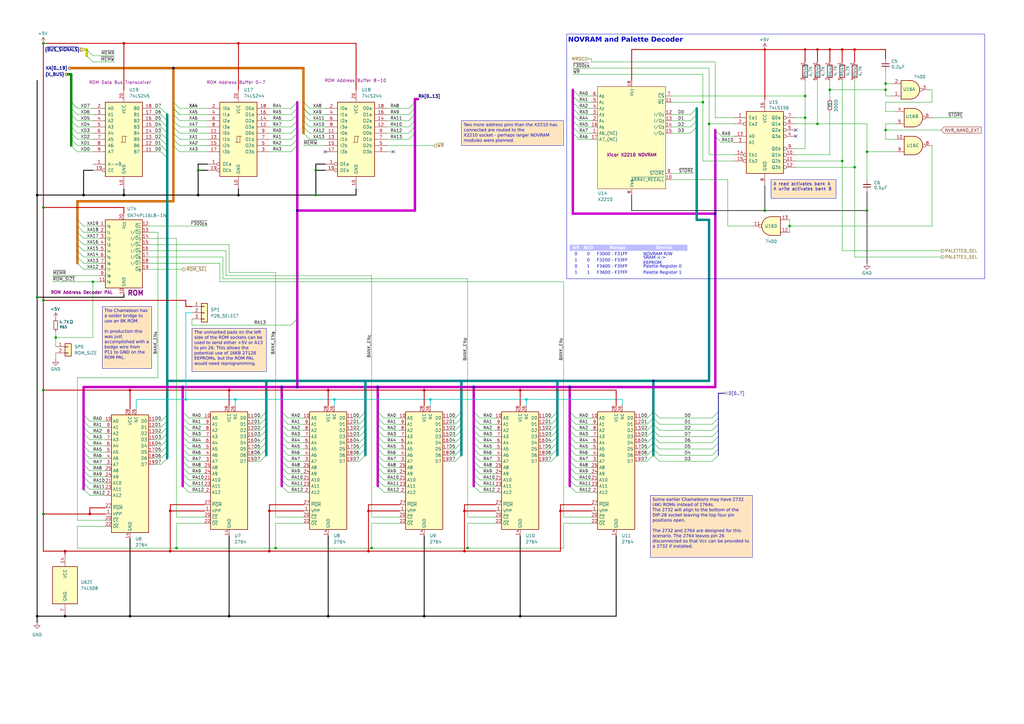
<source format=kicad_sch>
(kicad_sch (version 20250114) (generator "eeschema") (generator_version "9.0")
  (paper "A3")
  (title_block (title "The Seequa Chameleon - ROM and NOVRAM unit") (date "2026-02-10") (rev "v1.0a"))
  (rectangle (start 232.41 13.97) (end 403.86 114.3))
  (text "NOVRAM and Palette Decoder" (at 256.54 17.018 0) (effects (font (size 2 2))))
  (text_box "The unmarked pads on the left side of the ROM sockets can be used to send either +5V or A13 to pin 26. This allows the potential use of 16KB 27128 EEPROMs, but the ROM PAL would need reprogramming. " (at 78.74 134.62 0) (size 30.48 17.78) (margins 0.9525 0.9525 0.9525 0.9525) (fill (type color) (color 255 229 191 1)) (effects (font (size 1.27 1.27)) (justify left top)))
  (text_box "Two more address pins than the X2210 has connected are routed to the \nX2210 socket - perhaps larger NOVRAM modules were planned." (at 189.23 49.53 0) (size 41.91 10.16) (margins 0.9525 0.9525 0.9525 0.9525) (fill (type color) (color 255 229 191 1)) (effects (font (size 1.27 1.27)) (justify left top)))
  (text_box "Some earlier Chameleons may have 2732 (4K) ROMs instead of 2764s.\nThe 2732 will align to the bottom of the DIP-28 socket leaving the top four pin positions open.\n\nThe 2732 and 2764 are designed for this scenario. The 2764 leaves pin 26 disconnected so that Vcc can be provided to a 2732 if installed.\n\n\n " (at 266.7 203.2 0) (size 41.91 25.4) (margins 0.9525 0.9525 0.9525 0.9525) (fill (type color) (color 255 229 191 1)) (effects (font (size 1.27 1.27)) (justify left top)))
  (text_box "The Chameleon has a solder bridge to use an 8K ROM. \n\nIn production this was just accomplished with a bodge wire from P11 to GND on the ROM PAL." (at 41.91 125.73 0) (size 20.32 25.4) (margins 0.9525 0.9525 0.9525 0.9525) (fill (type color) (color 255 229 191 1)) (effects (font (size 1.27 1.27)) (justify left top)))
  (text_box "A read activates bank A\nA write activates bank B" (at 316.23 73.66 0) (size 26.67 7.62) (margins 0.9525 0.9525 0.9525 0.9525) (fill (type color) (color 255 229 191 1)) (effects (font (size 1.27 1.27)) (justify left top)))
  (junction (at 330.2 48.26))
  (junction (at 36.83 210.82) (color 194 0 0 1))
  (junction (at 330.2 20.32) (color 194 0 0 1))
  (junction (at 113.03 224.79))
  (junction (at 215.9 163.83) (color 0 194 194 1))
  (junction (at 134.62 252.73) (color 0 0 0 1))
  (junction (at 97.79 80.01) (color 0 0 0 1))
  (junction (at 129.54 80.01))
  (junction (at 93.98 160.02) (color 194 0 0 1))
  (junction (at 17.78 160.02))
  (junction (at 229.87 209.55) (color 194 0 0 1))
  (junction (at 191.77 224.79))
  (junction (at 134.62 160.02) (color 194 0 0 1))
  (junction (at 69.85 226.06) (color 194 0 0 1))
  (junction (at 313.69 86.36))
  (junction (at 149.86 156.21) (color 0 132 132 1))
  (junction (at 340.36 20.32) (color 194 0 0 1))
  (junction (at 53.34 160.02) (color 194 0 0 1))
  (junction (at 176.53 163.83) (color 0 194 194 1))
  (junction (at 121.92 158.75))
  (junction (at 76.2 163.83) (color 0 194 194 1))
  (junction (at 26.67 252.73) (color 0 0 0 1))
  (junction (at 38.1 115.57))
  (junction (at 22.86 138.43))
  (junction (at 350.52 20.32) (color 194 0 0 1))
  (junction (at 345.44 66.04))
  (junction (at 213.36 252.73) (color 0 0 0 1))
  (junction (at 69.85 209.55) (color 194 0 0 1))
  (junction (at 17.78 210.82))
  (junction (at 68.58 156.21) (color 0 132 132 1))
  (junction (at 96.52 163.83) (color 0 194 194 1))
  (junction (at 34.29 80.01) (color 0 0 0 1))
  (junction (at 81.28 69.85))
  (junction (at 267.97 156.21))
  (junction (at 190.5 226.06) (color 194 0 0 1))
  (junction (at 53.34 252.73) (color 0 0 0 1))
  (junction (at 228.6 156.21) (color 0 132 132 1))
  (junction (at 121.92 86.36))
  (junction (at 345.44 20.32) (color 194 0 0 1))
  (junction (at 17.78 17.78))
  (junction (at 109.22 156.21) (color 0 132 132 1))
  (junction (at 152.4 224.79))
  (junction (at 17.78 123.19))
  (junction (at 15.24 252.73) (color 0 0 0 1))
  (junction (at 154.94 158.75))
  (junction (at 355.6 62.23))
  (junction (at 81.28 80.01) (color 0 0 0 1))
  (junction (at 97.79 17.78) (color 194 0 0 1))
  (junction (at 74.93 158.75))
  (junction (at 110.49 226.06) (color 194 0 0 1))
  (junction (at 173.99 160.02) (color 194 0 0 1))
  (junction (at 293.37 87.63))
  (junction (at 335.28 20.32) (color 194 0 0 1))
  (junction (at 363.22 34.29))
  (junction (at 189.23 156.21) (color 0 132 132 1))
  (junction (at 50.8 17.78) (color 194 0 0 1))
  (junction (at 110.49 209.55) (color 194 0 0 1))
  (junction (at 363.22 53.34))
  (junction (at 288.29 41.91))
  (junction (at 129.54 69.85))
  (junction (at 72.39 224.79))
  (junction (at 194.31 158.75))
  (junction (at 190.5 209.55) (color 194 0 0 1))
  (junction (at 290.83 50.8))
  (junction (at 330.2 39.37))
  (junction (at 17.78 85.09))
  (junction (at 50.8 80.01) (color 0 0 0 1))
  (junction (at 213.36 160.02) (color 194 0 0 1))
  (junction (at 350.52 68.58))
  (junction (at 355.6 86.36))
  (junction (at 363.22 36.83))
  (junction (at 115.57 158.75))
  (junction (at 15.24 80.01) (color 0 0 0 1))
  (junction (at 233.68 158.75))
  (junction (at 151.13 209.55) (color 194 0 0 1))
  (junction (at 323.85 92.71))
  (junction (at 340.36 36.83))
  (junction (at 173.99 252.73) (color 0 0 0 1))
  (junction (at 313.69 20.32) (color 194 0 0 1))
  (junction (at 71.12 27.94))
  (junction (at 26.67 226.06) (color 194 0 0 1))
  (junction (at 15.24 121.92))
  (junction (at 335.28 50.8))
  (junction (at 137.16 163.83) (color 0 194 194 1))
  (junction (at 93.98 252.73) (color 0 0 0 1))
  (junction (at 151.13 226.06) (color 194 0 0 1))
  (no_connect (at 326.39 55.88))
  (no_connect (at 326.39 53.34))
  (no_connect (at 161.29 62.23))
  (no_connect (at 133.35 62.23))
  (bus_entry (at 228.6 168.91) (size -2.54 2.54))
  (bus_entry (at 267.97 173.99) (size 2.54 2.54))
  (bus_entry (at 115.57 196.85) (size 2.54 2.54))
  (bus_entry (at 34.29 198.12) (size 2.54 2.54))
  (bus_entry (at 267.97 168.91) (size 2.54 2.54))
  (bus_entry (at 115.57 179.07) (size 2.54 2.54))
  (bus_entry (at 233.68 171.45) (size 2.54 2.54))
  (bus_entry (at 189.23 186.69) (size -2.54 2.54))
  (bus_entry (at 233.68 191.77) (size 2.54 2.54))
  (bus_entry (at 189.23 168.91) (size -2.54 2.54))
  (bus_entry (at 74.93 171.45) (size 2.54 2.54))
  (bus_entry (at 167.64 54.61) (size 2.54 -2.54))
  (bus_entry (at 31.75 105.41) (size 2.54 2.54))
  (bus_entry (at 109.22 179.07) (size -2.54 2.54))
  (bus_entry (at 34.29 190.5) (size 2.54 2.54))
  (bus_entry (at 31.75 107.95) (size 2.54 2.54))
  (bus_entry (at 294.64 171.45) (size -2.54 2.54))
  (bus_entry (at 124.46 41.91) (size 2.54 2.54))
  (bus_entry (at 233.68 181.61) (size 2.54 2.54))
  (bus_entry (at 68.58 64.77) (size -2.54 -2.54))
  (bus_entry (at 189.23 171.45) (size -2.54 2.54))
  (bus_entry (at 234.95 44.45) (size 2.54 2.54))
  (bus_entry (at 294.64 179.07) (size -2.54 2.54))
  (bus_entry (at 29.21 49.53) (size 2.54 2.54))
  (bus_entry (at 154.94 194.31) (size 2.54 2.54))
  (bus_entry (at 68.58 187.96) (size -2.54 2.54))
  (bus_entry (at 234.95 36.83) (size 2.54 2.54))
  (bus_entry (at 74.93 184.15) (size 2.54 2.54))
  (bus_entry (at 233.68 196.85) (size 2.54 2.54))
  (bus_entry (at 154.94 173.99) (size 2.54 2.54))
  (bus_entry (at 294.64 184.15) (size -2.54 2.54))
  (bus_entry (at 74.93 168.91) (size 2.54 2.54))
  (bus_entry (at 35.56 22.86) (size 2.54 2.54))
  (bus_entry (at 285.75 46.99) (size -2.54 2.54))
  (bus_entry (at 109.22 181.61) (size -2.54 2.54))
  (bus_entry (at 167.64 46.99) (size 2.54 -2.54))
  (bus_entry (at 233.68 186.69) (size 2.54 2.54))
  (bus_entry (at 34.29 185.42) (size 2.54 2.54))
  (bus_entry (at 267.97 173.99) (size -2.54 2.54))
  (bus_entry (at 267.97 168.91) (size -2.54 2.54))
  (bus_entry (at 267.97 184.15) (size -2.54 2.54))
  (bus_entry (at 149.86 184.15) (size -2.54 2.54))
  (bus_entry (at 189.23 179.07) (size -2.54 2.54))
  (bus_entry (at 121.92 130.81) (size -2.54 2.54))
  (bus_entry (at 189.23 184.15) (size -2.54 2.54))
  (bus_entry (at 34.29 195.58) (size 2.54 2.54))
  (bus_entry (at 194.31 194.31) (size 2.54 2.54))
  (bus_entry (at 194.31 168.91) (size 2.54 2.54))
  (bus_entry (at 154.94 184.15) (size 2.54 2.54))
  (bus_entry (at 71.12 52.07) (size 2.54 2.54))
  (bus_entry (at 29.21 41.91) (size 2.54 2.54))
  (bus_entry (at 31.75 100.33) (size 2.54 2.54))
  (bus_entry (at 68.58 49.53) (size -2.54 -2.54))
  (bus_entry (at 267.97 181.61) (size 2.54 2.54))
  (bus_entry (at 71.12 54.61) (size 2.54 2.54))
  (bus_entry (at 167.64 52.07) (size 2.54 -2.54))
  (bus_entry (at 34.29 180.34) (size 2.54 2.54))
  (bus_entry (at 115.57 186.69) (size 2.54 2.54))
  (bus_entry (at 31.75 90.17) (size 2.54 2.54))
  (bus_entry (at 228.6 176.53) (size -2.54 2.54))
  (bus_entry (at 68.58 52.07) (size -2.54 -2.54))
  (bus_entry (at 228.6 181.61) (size -2.54 2.54))
  (bus_entry (at 233.68 168.91) (size 2.54 2.54))
  (bus_entry (at 71.12 49.53) (size 2.54 2.54))
  (bus_entry (at 31.75 97.79) (size 2.54 2.54))
  (bus_entry (at 267.97 176.53) (size -2.54 2.54))
  (bus_entry (at 68.58 57.15) (size -2.54 -2.54))
  (bus_entry (at 154.94 168.91) (size 2.54 2.54))
  (bus_entry (at 194.31 196.85) (size 2.54 2.54))
  (bus_entry (at 124.46 52.07) (size 2.54 2.54))
  (bus_entry (at 154.94 199.39) (size 2.54 2.54))
  (bus_entry (at 267.97 181.61) (size -2.54 2.54))
  (bus_entry (at 234.95 52.07) (size 2.54 2.54))
  (bus_entry (at 115.57 176.53) (size 2.54 2.54))
  (bus_entry (at 31.75 102.87) (size 2.54 2.54))
  (bus_entry (at 115.57 189.23) (size 2.54 2.54))
  (bus_entry (at 228.6 179.07) (size -2.54 2.54))
  (bus_entry (at 34.29 177.8) (size 2.54 2.54))
  (bus_entry (at 267.97 171.45) (size 2.54 2.54))
  (bus_entry (at 234.95 41.91) (size 2.54 2.54))
  (bus_entry (at 115.57 168.91) (size 2.54 2.54))
  (bus_entry (at 189.23 173.99) (size -2.54 2.54))
  (bus_entry (at 68.58 180.34) (size -2.54 2.54))
  (bus_entry (at 228.6 173.99) (size -2.54 2.54))
  (bus_entry (at 194.31 181.61) (size 2.54 2.54))
  (bus_entry (at 233.68 173.99) (size 2.54 2.54))
  (bus_entry (at 34.29 187.96) (size 2.54 2.54))
  (bus_entry (at 267.97 186.69) (size 2.54 2.54))
  (bus_entry (at 234.95 39.37) (size 2.54 2.54))
  (bus_entry (at 29.21 59.69) (size 2.54 2.54))
  (bus_entry (at 233.68 179.07) (size 2.54 2.54))
  (bus_entry (at 194.31 176.53) (size 2.54 2.54))
  (bus_entry (at 294.64 186.69) (size -2.54 2.54))
  (bus_entry (at 285.75 52.07) (size -2.54 2.54))
  (bus_entry (at 115.57 194.31) (size 2.54 2.54))
  (bus_entry (at 34.29 200.66) (size 2.54 2.54))
  (bus_entry (at 228.6 184.15) (size -2.54 2.54))
  (bus_entry (at 115.57 199.39) (size 2.54 2.54))
  (bus_entry (at 74.93 189.23) (size 2.54 2.54))
  (bus_entry (at 233.68 189.23) (size 2.54 2.54))
  (bus_entry (at 194.31 199.39) (size 2.54 2.54))
  (bus_entry (at 68.58 170.18) (size -2.54 2.54))
  (bus_entry (at 68.58 185.42) (size -2.54 2.54))
  (bus_entry (at 194.31 171.45) (size 2.54 2.54))
  (bus_entry (at 293.37 55.88) (size 2.54 2.54))
  (bus_entry (at 285.75 44.45) (size -2.54 2.54))
  (bus_entry (at 119.38 52.07) (size 2.54 -2.54))
  (bus_entry (at 233.68 184.15) (size 2.54 2.54))
  (bus_entry (at 124.46 54.61) (size 2.54 2.54))
  (bus_entry (at 154.94 186.69) (size 2.54 2.54))
  (bus_entry (at 294.64 168.91) (size -2.54 2.54))
  (bus_entry (at 68.58 54.61) (size -2.54 -2.54))
  (bus_entry (at 109.22 186.69) (size -2.54 2.54))
  (bus_entry (at 267.97 184.15) (size 2.54 2.54))
  (bus_entry (at 119.38 44.45) (size 2.54 -2.54))
  (bus_entry (at 29.21 57.15) (size 2.54 2.54))
  (bus_entry (at 234.95 54.61) (size 2.54 2.54))
  (bus_entry (at 74.93 173.99) (size 2.54 2.54))
  (bus_entry (at 74.93 176.53) (size 2.54 2.54))
  (bus_entry (at 154.94 189.23) (size 2.54 2.54))
  (bus_entry (at 71.12 46.99) (size 2.54 2.54))
  (bus_entry (at 71.12 44.45) (size 2.54 2.54))
  (bus_entry (at 285.75 49.53) (size -2.54 2.54))
  (bus_entry (at 154.94 191.77) (size 2.54 2.54))
  (bus_entry (at 149.86 181.61) (size -2.54 2.54))
  (bus_entry (at 68.58 177.8) (size -2.54 2.54))
  (bus_entry (at 35.56 20.32) (size 2.54 2.54))
  (bus_entry (at 119.38 62.23) (size 2.54 -2.54))
  (bus_entry (at 167.64 57.15) (size 2.54 -2.54))
  (bus_entry (at 167.64 49.53) (size 2.54 -2.54))
  (bus_entry (at 115.57 171.45) (size 2.54 2.54))
  (bus_entry (at 154.94 179.07) (size 2.54 2.54))
  (bus_entry (at 119.38 46.99) (size 2.54 -2.54))
  (bus_entry (at 228.6 171.45) (size -2.54 2.54))
  (bus_entry (at 124.46 46.99) (size 2.54 2.54))
  (bus_entry (at 294.64 176.53) (size -2.54 2.54))
  (bus_entry (at 267.97 179.07) (size -2.54 2.54))
  (bus_entry (at 68.58 62.23) (size -2.54 -2.54))
  (bus_entry (at 31.75 95.25) (size 2.54 2.54))
  (bus_entry (at 34.29 170.18) (size 2.54 2.54))
  (bus_entry (at 194.31 179.07) (size 2.54 2.54))
  (bus_entry (at 74.93 194.31) (size 2.54 2.54))
  (bus_entry (at 124.46 44.45) (size 2.54 2.54))
  (bus_entry (at 109.22 184.15) (size -2.54 2.54))
  (bus_entry (at 115.57 173.99) (size 2.54 2.54))
  (bus_entry (at 71.12 44.45) (size 2.54 2.54))
  (bus_entry (at 68.58 182.88) (size -2.54 2.54))
  (bus_entry (at 267.97 186.69) (size -2.54 2.54))
  (bus_entry (at 119.38 54.61) (size 2.54 -2.54))
  (bus_entry (at 74.93 191.77) (size 2.54 2.54))
  (bus_entry (at 233.68 199.39) (size 2.54 2.54))
  (bus_entry (at 74.93 179.07) (size 2.54 2.54))
  (bus_entry (at 115.57 191.77) (size 2.54 2.54))
  (bus_entry (at 109.22 173.99) (size -2.54 2.54))
  (bus_entry (at 194.31 186.69) (size 2.54 2.54))
  (bus_entry (at 233.68 176.53) (size 2.54 2.54))
  (bus_entry (at 34.29 175.26) (size 2.54 2.54))
  (bus_entry (at 34.29 193.04) (size 2.54 2.54))
  (bus_entry (at 109.22 171.45) (size -2.54 2.54))
  (bus_entry (at 109.22 176.53) (size -2.54 2.54))
  (bus_entry (at 29.21 41.91) (size 2.54 2.54))
  (bus_entry (at 124.46 44.45) (size 2.54 2.54))
  (bus_entry (at 29.21 54.61) (size 2.54 2.54))
  (bus_entry (at 115.57 184.15) (size 2.54 2.54))
  (bus_entry (at 74.93 186.69) (size 2.54 2.54))
  (bus_entry (at 228.6 186.69) (size -2.54 2.54))
  (bus_entry (at 233.68 194.31) (size 2.54 2.54))
  (bus_entry (at 119.38 49.53) (size 2.54 -2.54))
  (bus_entry (at 71.12 59.69) (size 2.54 2.54))
  (bus_entry (at 74.93 181.61) (size 2.54 2.54))
  (bus_entry (at 149.86 186.69) (size -2.54 2.54))
  (bus_entry (at 149.86 173.99) (size -2.54 2.54))
  (bus_entry (at 293.37 53.34) (size 2.54 2.54))
  (bus_entry (at 71.12 57.15) (size 2.54 2.54))
  (bus_entry (at 194.31 191.77) (size 2.54 2.54))
  (bus_entry (at 189.23 181.61) (size -2.54 2.54))
  (bus_entry (at 234.95 46.99) (size 2.54 2.54))
  (bus_entry (at 194.31 173.99) (size 2.54 2.54))
  (bus_entry (at 68.58 46.99) (size -2.54 -2.54))
  (bus_entry (at 74.93 199.39) (size 2.54 2.54))
  (bus_entry (at 267.97 179.07) (size 2.54 2.54))
  (bus_entry (at 154.94 171.45) (size 2.54 2.54))
  (bus_entry (at 189.23 176.53) (size -2.54 2.54))
  (bus_entry (at 149.86 176.53) (size -2.54 2.54))
  (bus_entry (at 119.38 57.15) (size 2.54 -2.54))
  (bus_entry (at 71.12 41.91) (size 2.54 2.54))
  (bus_entry (at 267.97 176.53) (size 2.54 2.54))
  (bus_entry (at 68.58 59.69) (size -2.54 -2.54))
  (bus_entry (at 149.86 168.91) (size -2.54 2.54))
  (bus_entry (at 68.58 175.26) (size -2.54 2.54))
  (bus_entry (at 294.64 181.61) (size -2.54 2.54))
  (bus_entry (at 115.57 181.61) (size 2.54 2.54))
  (bus_entry (at 194.31 184.15) (size 2.54 2.54))
  (bus_entry (at 154.94 176.53) (size 2.54 2.54))
  (bus_entry (at 154.94 196.85) (size 2.54 2.54))
  (bus_entry (at 119.38 59.69) (size 2.54 -2.54))
  (bus_entry (at 149.86 179.07) (size -2.54 2.54))
  (bus_entry (at 68.58 172.72) (size -2.54 2.54))
  (bus_entry (at 29.21 44.45) (size 2.54 2.54))
  (bus_entry (at 29.21 46.99) (size 2.54 2.54))
  (bus_entry (at 31.75 92.71) (size 2.54 2.54))
  (bus_entry (at 294.64 173.99) (size -2.54 2.54))
  (bus_entry (at 74.93 196.85) (size 2.54 2.54))
  (bus_entry (at 149.86 171.45) (size -2.54 2.54))
  (bus_entry (at 194.31 189.23) (size 2.54 2.54))
  (bus_entry (at 154.94 181.61) (size 2.54 2.54))
  (bus_entry (at 109.22 168.91) (size -2.54 2.54))
  (bus_entry (at 34.29 182.88) (size 2.54 2.54))
  (bus_entry (at 167.64 44.45) (size 2.54 -2.54))
  (bus_entry (at 234.95 49.53) (size 2.54 2.54))
  (bus_entry (at 267.97 171.45) (size -2.54 2.54))
  (bus_entry (at 124.46 49.53) (size 2.54 2.54))
  (bus_entry (at 29.21 52.07) (size 2.54 2.54))
  (bus_entry (at 34.29 172.72) (size 2.54 2.54))
  (wire (pts (xy 127 46.99) (xy 133.35 46.99)))
  (wire (pts (xy 173.99 219.71) (xy 173.99 252.73)) (stroke (width 0.35) (color 0 0 0 1)))
  (wire (pts (xy 77.47 194.31) (xy 83.82 194.31)))
  (wire (pts (xy 157.48 171.45) (xy 163.83 171.45)))
  (bus (pts (xy 68.58 182.88) (xy 68.58 180.34)) (stroke (width 1) (color 0 132 132 1)))
  (bus (pts (xy 115.57 189.23) (xy 115.57 191.77)) (stroke (width 1) (color 194 0 194 1)))
  (wire (pts (xy 365.76 34.29) (xy 363.22 34.29)))
  (wire (pts (xy 38.1 115.57) (xy 40.64 115.57)))
  (wire (pts (xy 36.83 187.96) (xy 43.18 187.96)))
  (wire (pts (xy 340.36 20.32) (xy 345.44 20.32)) (stroke (width 0.35) (color 194 0 0 1)))
  (bus (pts (xy 228.6 176.53) (xy 228.6 173.99)) (stroke (width 1) (color 0 132 132 1)))
  (bus (pts (xy 71.12 27.94) (xy 71.12 41.91)) (stroke (width 1) (color 204 102 0 1)))
  (bus (pts (xy 233.68 184.15) (xy 233.68 186.69)) (stroke (width 1) (color 194 0 194 1)))
  (bus (pts (xy 121.92 86.36) (xy 170.18 86.36)) (stroke (width 1) (color 194 0 194 1)))
  (wire (pts (xy 163.83 214.63) (xy 152.4 214.63)))
  (wire (pts (xy 350.52 68.58) (xy 326.39 68.58)))
  (wire (pts (xy 113.03 224.79) (xy 152.4 224.79)))
  (wire (pts (xy 293.37 25.4) (xy 293.37 48.26)))
  (wire (pts (xy 118.11 201.93) (xy 124.46 201.93)))
  (wire (pts (xy 144.78 186.69) (xy 147.32 186.69)))
  (wire (pts (xy 134.62 160.02) (xy 93.98 160.02)) (stroke (width 0.35) (color 194 0 0 1)))
  (wire (pts (xy 113.03 214.63) (xy 113.03 224.79)))
  (wire (pts (xy 72.39 224.79) (xy 31.75 224.79)))
  (bus (pts (xy 149.86 173.99) (xy 149.86 171.45)) (stroke (width 1) (color 0 132 132 1)))
  (bus (pts (xy 233.68 173.99) (xy 233.68 176.53)) (stroke (width 1) (color 194 0 194 1)))
  (wire (pts (xy 17.78 17.78) (xy 50.8 17.78)) (stroke (width 0.35) (color 194 0 0 1)))
  (wire (pts (xy 363.22 57.15) (xy 367.03 57.15)))
  (wire (pts (xy 158.75 54.61) (xy 167.64 54.61)))
  (bus (pts (xy 34.29 198.12) (xy 34.29 200.66)) (stroke (width 1) (color 194 0 194 1)))
  (bus (pts (xy 194.31 173.99) (xy 194.31 176.53)) (stroke (width 1) (color 194 0 194 1)))
  (bus (pts (xy 294.64 161.29) (xy 294.64 168.91)))
  (wire (pts (xy 69.85 209.55) (xy 69.85 226.06)) (stroke (width 0.35) (color 194 0 0 1)))
  (wire (pts (xy 223.52 176.53) (xy 226.06 176.53)))
  (wire (pts (xy 151.13 226.06) (xy 190.5 226.06)) (stroke (width 0.35) (color 194 0 0 1)))
  (wire (pts (xy 50.8 80.01) (xy 81.28 80.01)) (stroke (width 0.35) (color 0 0 0 1)))
  (bus (pts (xy 115.57 171.45) (xy 115.57 173.99)) (stroke (width 1) (color 194 0 194 1)))
  (bus (pts (xy 68.58 185.42) (xy 68.58 182.88)) (stroke (width 1) (color 0 132 132 1)))
  (wire (pts (xy 290.83 63.5) (xy 300.99 63.5)))
  (bus (pts (xy 267.97 171.45) (xy 267.97 168.91)) (stroke (width 1) (color 0 132 132 1)))
  (wire (pts (xy 229.87 209.55) (xy 229.87 226.06)) (stroke (width 0.35) (color 194 0 0 1)))
  (bus (pts (xy 154.94 191.77) (xy 154.94 194.31)) (stroke (width 1) (color 194 0 194 1)))
  (wire (pts (xy 31.75 52.07) (xy 38.1 52.07)))
  (wire (pts (xy 63.5 44.45) (xy 66.04 44.45)))
  (bus (pts (xy 115.57 158.75) (xy 115.57 168.91)) (stroke (width 1) (color 194 0 194 1)))
  (wire (pts (xy 53.34 252.73) (xy 93.98 252.73)) (stroke (width 0.35) (color 0 0 0 1)))
  (bus (pts (xy 149.86 171.45) (xy 149.86 168.91)) (stroke (width 1) (color 0 132 132 1)))
  (wire (pts (xy 83.82 214.63) (xy 72.39 214.63)))
  (wire (pts (xy 191.77 214.63) (xy 191.77 224.79)))
  (bus (pts (xy 154.94 158.75) (xy 154.94 168.91)) (stroke (width 1) (color 194 0 194 1)))
  (wire (pts (xy 134.62 252.73) (xy 173.99 252.73)) (stroke (width 0.35) (color 0 0 0 1)))
  (bus (pts (xy 68.58 59.69) (xy 68.58 62.23)) (stroke (width 1) (color 0 132 132 1)))
  (wire (pts (xy 345.44 33.02) (xy 345.44 66.04)))
  (bus (pts (xy 74.93 191.77) (xy 74.93 194.31)) (stroke (width 1) (color 194 0 194 1)))
  (bus (pts (xy 34.29 175.26) (xy 34.29 177.8)) (stroke (width 1) (color 194 0 194 1)))
  (wire (pts (xy 31.75 57.15) (xy 38.1 57.15)))
  (wire (pts (xy 31.75 59.69) (xy 38.1 59.69)))
  (wire (pts (xy 382.27 48.26) (xy 394.97 48.26)))
  (wire (pts (xy 275.59 73.66) (xy 298.45 73.66)))
  (bus (pts (xy 29.21 54.61) (xy 29.21 57.15)) (stroke (width 1) (color 0 132 0 1)))
  (wire (pts (xy 270.51 189.23) (xy 292.1 189.23)))
  (wire (pts (xy 236.22 179.07) (xy 242.57 179.07)))
  (wire (pts (xy 330.2 39.37) (xy 330.2 48.26)))
  (wire (pts (xy 63.5 46.99) (xy 66.04 46.99)))
  (bus (pts (xy 31.75 82.55) (xy 71.12 82.55)) (stroke (width 1) (color 204 102 0 1)))
  (wire (pts (xy 158.75 46.99) (xy 167.64 46.99)))
  (wire (pts (xy 77.47 176.53) (xy 83.82 176.53)))
  (bus (pts (xy 285.75 49.53) (xy 285.75 52.07)) (stroke (width 1) (color 0 132 132 1)))
  (bus (pts (xy 74.93 171.45) (xy 74.93 173.99)) (stroke (width 1) (color 194 0 194 1)))
  (wire (pts (xy 50.8 80.01) (xy 34.29 80.01)) (stroke (width 0.35) (color 0 0 0 1)))
  (wire (pts (xy 223.52 184.15) (xy 226.06 184.15)))
  (wire (pts (xy 350.52 20.32) (xy 350.52 25.4)) (stroke (width 0.35) (color 194 0 0 1)))
  (wire (pts (xy 77.47 179.07) (xy 83.82 179.07)))
  (wire (pts (xy 157.48 189.23) (xy 163.83 189.23)))
  (wire (pts (xy 118.11 184.15) (xy 124.46 184.15)))
  (wire (pts (xy 15.24 121.92) (xy 15.24 252.73)) (stroke (width 0.35) (color 0 0 0 1)))
  (wire (pts (xy 124.46 207.01) (xy 110.49 207.01)) (stroke (width 0.35) (color 194 0 0 1)))
  (wire (pts (xy 270.51 173.99) (xy 292.1 173.99)))
  (wire (pts (xy 55.88 163.83) (xy 76.2 163.83)) (stroke (width 0.25) (color 0 194 194 1)))
  (wire (pts (xy 83.82 212.09) (xy 72.39 212.09)))
  (wire (pts (xy 110.49 52.07) (xy 119.38 52.07)))
  (wire (pts (xy 173.99 160.02) (xy 134.62 160.02)) (stroke (width 0.35) (color 194 0 0 1)))
  (wire (pts (xy 55.88 163.83) (xy 55.88 167.64)) (stroke (width 0.25) (color 0 194 194 1)))
  (wire (pts (xy 26.67 226.06) (xy 17.78 226.06)) (stroke (width 0.35) (color 194 0 0 1)))
  (wire (pts (xy 313.69 76.2) (xy 313.69 86.36)) (stroke (width 0.25) (color 0 0 0 1)))
  (wire (pts (xy 21.59 115.57) (xy 38.1 115.57)))
  (bus (pts (xy 74.93 176.53) (xy 74.93 179.07)) (stroke (width 1) (color 194 0 194 1)))
  (wire (pts (xy 275.59 54.61) (xy 283.21 54.61)))
  (bus (pts (xy 109.22 186.69) (xy 109.22 184.15)) (stroke (width 1) (color 0 132 132 1)))
  (wire (pts (xy 158.75 59.69) (xy 177.8 59.69)))
  (wire (pts (xy 330.2 60.96) (xy 326.39 60.96)))
  (bus (pts (xy 149.86 181.61) (xy 149.86 179.07)) (stroke (width 1) (color 0 132 132 1)))
  (wire (pts (xy 31.75 154.94) (xy 31.75 213.36)))
  (wire (pts (xy 363.22 45.72) (xy 363.22 41.91)))
  (bus (pts (xy 285.75 49.53) (xy 285.75 46.99)) (stroke (width 1) (color 0 132 132 1)))
  (wire (pts (xy 118.11 194.31) (xy 124.46 194.31)))
  (wire (pts (xy 110.49 226.06) (xy 110.49 209.55)) (stroke (width 0.35) (color 194 0 0 1)))
  (bus (pts (xy 293.37 87.63) (xy 293.37 158.75)) (stroke (width 1) (color 194 0 194 1)))
  (bus (pts (xy 31.75 92.71) (xy 31.75 95.25)) (stroke (width 1) (color 204 102 0 1)))
  (wire (pts (xy 76.2 128.27) (xy 76.2 163.83)) (stroke (width 0.25) (color 0 194 194 1)))
  (bus (pts (xy 290.83 90.17) (xy 290.83 156.21)) (stroke (width 1) (color 0 132 132 1)))
  (wire (pts (xy 72.39 97.79) (xy 72.39 212.09)))
  (wire (pts (xy 38.1 25.4) (xy 46.99 25.4)))
  (wire (pts (xy 118.11 176.53) (xy 124.46 176.53)))
  (wire (pts (xy 275.59 49.53) (xy 283.21 49.53)))
  (wire (pts (xy 72.39 224.79) (xy 113.03 224.79)))
  (bus (pts (xy 154.94 171.45) (xy 154.94 173.99)) (stroke (width 1) (color 194 0 194 1)))
  (wire (pts (xy 340.36 36.83) (xy 363.22 36.83)))
  (bus (pts (xy 115.57 181.61) (xy 115.57 184.15)) (stroke (width 1) (color 194 0 194 1)))
  (bus (pts (xy 124.46 41.91) (xy 124.46 44.45)) (stroke (width 1) (color 204 102 0 1)))
  (bus (pts (xy 71.12 41.91) (xy 71.12 44.45)) (stroke (width 1) (color 204 102 0 1)))
  (bus (pts (xy 194.31 186.69) (xy 194.31 189.23)) (stroke (width 1) (color 194 0 194 1)))
  (wire (pts (xy 64.77 154.94) (xy 31.75 154.94)))
  (wire (pts (xy 350.52 33.02) (xy 350.52 68.58)))
  (wire (pts (xy 63.5 187.96) (xy 66.04 187.96)))
  (wire (pts (xy 363.22 53.34) (xy 386.08 53.34)))
  (wire (pts (xy 290.83 27.94) (xy 290.83 50.8)))
  (wire (pts (xy 118.11 181.61) (xy 124.46 181.61)))
  (wire (pts (xy 104.14 176.53) (xy 106.68 176.53)))
  (wire (pts (xy 275.59 71.12) (xy 284.48 71.12)))
  (bus (pts (xy 121.92 41.91) (xy 121.92 44.45)) (stroke (width 1) (color 194 0 194 1)))
  (wire (pts (xy 161.29 62.23) (xy 158.75 62.23)))
  (wire (pts (xy 93.98 111.76) (xy 93.98 100.33)))
  (wire (pts (xy 290.83 50.8) (xy 290.83 63.5)))
  (wire (pts (xy 158.75 52.07) (xy 167.64 52.07)))
  (wire (pts (xy 190.5 207.01) (xy 190.5 209.55)) (stroke (width 0.35) (color 194 0 0 1)))
  (wire (pts (xy 223.52 181.61) (xy 226.06 181.61)))
  (bus (pts (xy 294.64 181.61) (xy 294.64 184.15)))
  (wire (pts (xy 313.69 86.36) (xy 355.6 86.36)) (stroke (width 0.25) (color 0 0 0 1)))
  (bus (pts (xy 154.94 181.61) (xy 154.94 184.15)) (stroke (width 1) (color 194 0 194 1)))
  (wire (pts (xy 196.85 194.31) (xy 203.2 194.31)))
  (wire (pts (xy 63.5 185.42) (xy 66.04 185.42)))
  (bus (pts (xy 115.57 176.53) (xy 115.57 179.07)) (stroke (width 1) (color 194 0 194 1)))
  (wire (pts (xy 144.78 189.23) (xy 147.32 189.23)))
  (bus (pts (xy 74.93 158.75) (xy 34.29 158.75)) (stroke (width 1) (color 194 0 194 1)))
  (wire (pts (xy 104.14 184.15) (xy 106.68 184.15)))
  (bus (pts (xy 71.12 46.99) (xy 71.12 49.53)) (stroke (width 1) (color 204 102 0 1)))
  (wire (pts (xy 262.89 179.07) (xy 265.43 179.07)))
  (bus (pts (xy 294.64 176.53) (xy 294.64 179.07)))
  (bus (pts (xy 29.21 30.48) (xy 29.21 41.91)) (stroke (width 1) (color 0 132 0 1)))
  (wire (pts (xy 382.27 59.69) (xy 382.27 92.71)))
  (wire (pts (xy 270.51 179.07) (xy 292.1 179.07)))
  (wire (pts (xy 157.48 176.53) (xy 163.83 176.53)))
  (bus (pts (xy 68.58 180.34) (xy 68.58 177.8)) (stroke (width 1) (color 0 132 132 1)))
  (wire (pts (xy 146.05 80.01) (xy 146.05 77.47)) (stroke (width 0.35) (color 0 0 0 1)))
  (wire (pts (xy 146.05 17.78) (xy 146.05 36.83)) (stroke (width 0.35) (color 194 0 0 1)))
  (wire (pts (xy 31.75 215.9) (xy 43.18 215.9)))
  (wire (pts (xy 176.53 163.83) (xy 215.9 163.83)) (stroke (width 0.25) (color 0 194 194 1)))
  (bus (pts (xy 29.21 27.94) (xy 71.12 27.94)) (stroke (width 1) (color 204 102 0 1)))
  (bus (pts (xy 267.97 186.69) (xy 267.97 184.15)) (stroke (width 1) (color 0 132 132 1)))
  (wire (pts (xy 63.5 57.15) (xy 66.04 57.15)))
  (bus (pts (xy 189.23 179.07) (xy 189.23 176.53)) (stroke (width 1) (color 0 132 132 1)))
  (wire (pts (xy 73.66 59.69) (xy 85.09 59.69)))
  (bus (pts (xy 267.97 156.21) (xy 290.83 156.21)) (stroke (width 1) (color 0 132 132 1)))
  (bus (pts (xy 194.31 158.75) (xy 194.31 168.91)) (stroke (width 1) (color 194 0 194 1)))
  (bus (pts (xy 233.68 181.61) (xy 233.68 184.15)) (stroke (width 1) (color 194 0 194 1)))
  (wire (pts (xy 323.85 92.71) (xy 323.85 95.25)))
  (wire (pts (xy 223.52 171.45) (xy 226.06 171.45)))
  (wire (pts (xy 38.1 115.57) (xy 38.1 138.43)))
  (bus (pts (xy 233.68 189.23) (xy 233.68 191.77)) (stroke (width 1) (color 194 0 194 1)))
  (bus (pts (xy 31.75 90.17) (xy 31.75 92.71)) (stroke (width 1) (color 204 102 0 1)))
  (bus (pts (xy 74.93 158.75) (xy 115.57 158.75)) (stroke (width 1) (color 194 0 194 1)))
  (wire (pts (xy 213.36 219.71) (xy 213.36 252.73)) (stroke (width 0.35) (color 0 0 0 1)))
  (bus (pts (xy 233.68 179.07) (xy 233.68 181.61)) (stroke (width 1) (color 194 0 194 1)))
  (wire (pts (xy 17.78 123.19) (xy 76.2 123.19)) (stroke (width 0.35) (color 194 0 0 1)))
  (wire (pts (xy 363.22 45.72) (xy 367.03 45.72)))
  (bus (pts (xy 154.94 196.85) (xy 154.94 199.39)) (stroke (width 1) (color 194 0 194 1)))
  (wire (pts (xy 69.85 226.06) (xy 110.49 226.06)) (stroke (width 0.35) (color 194 0 0 1)))
  (wire (pts (xy 26.67 252.73) (xy 53.34 252.73)) (stroke (width 0.35) (color 0 0 0 1)))
  (bus (pts (xy 294.64 173.99) (xy 294.64 176.53)))
  (bus (pts (xy 68.58 187.96) (xy 68.58 185.42)) (stroke (width 1) (color 0 132 132 1)))
  (wire (pts (xy 236.22 184.15) (xy 242.57 184.15)))
  (bus (pts (xy 170.18 41.91) (xy 170.18 44.45)) (stroke (width 1) (color 194 0 194 1)))
  (wire (pts (xy 113.03 111.76) (xy 93.98 111.76)))
  (bus (pts (xy 27.94 30.48) (xy 29.21 30.48)) (stroke (width 1) (color 0 132 0 1)))
  (wire (pts (xy 363.22 50.8) (xy 363.22 53.34)))
  (wire (pts (xy 77.47 186.69) (xy 83.82 186.69)))
  (wire (pts (xy 196.85 179.07) (xy 203.2 179.07)))
  (wire (pts (xy 38.1 138.43) (xy 22.86 138.43)))
  (wire (pts (xy 157.48 173.99) (xy 163.83 173.99)))
  (wire (pts (xy 60.96 95.25) (xy 64.77 95.25)))
  (wire (pts (xy 34.29 105.41) (xy 40.64 105.41)))
  (bus (pts (xy 149.86 184.15) (xy 149.86 181.61)) (stroke (width 1) (color 0 132 132 1)))
  (wire (pts (xy 196.85 201.93) (xy 203.2 201.93)))
  (wire (pts (xy 157.48 186.69) (xy 163.83 186.69)))
  (bus (pts (xy 34.29 195.58) (xy 34.29 198.12)) (stroke (width 1) (color 194 0 194 1)))
  (wire (pts (xy 137.16 163.83) (xy 176.53 163.83)) (stroke (width 0.25) (color 0 194 194 1)))
  (wire (pts (xy 236.22 194.31) (xy 242.57 194.31)))
  (bus (pts (xy 115.57 184.15) (xy 115.57 186.69)) (stroke (width 1) (color 194 0 194 1)))
  (wire (pts (xy 259.08 80.01) (xy 259.08 86.36)) (stroke (width 0.25) (color 0 0 0 1)))
  (wire (pts (xy 242.57 207.01) (xy 229.87 207.01)) (stroke (width 0.35) (color 194 0 0 1)))
  (bus (pts (xy 121.92 130.81) (xy 121.92 158.75)) (stroke (width 1) (color 194 0 194 1)))
  (bus (pts (xy 228.6 171.45) (xy 228.6 168.91)) (stroke (width 1) (color 0 132 132 1)))
  (bus (pts (xy 189.23 181.61) (xy 189.23 179.07)) (stroke (width 1) (color 0 132 132 1)))
  (wire (pts (xy 157.48 199.39) (xy 163.83 199.39)))
  (wire (pts (xy 237.49 57.15) (xy 242.57 57.15)))
  (bus (pts (xy 149.86 186.69) (xy 149.86 184.15)) (stroke (width 1) (color 0 132 132 1)))
  (wire (pts (xy 15.24 252.73) (xy 26.67 252.73)) (stroke (width 0.35) (color 0 0 0 1)))
  (wire (pts (xy 83.82 207.01) (xy 69.85 207.01)) (stroke (width 0.35) (color 194 0 0 1)))
  (bus (pts (xy 189.23 156.21) (xy 228.6 156.21)) (stroke (width 1) (color 0 132 132 1)))
  (bus (pts (xy 194.31 184.15) (xy 194.31 186.69)) (stroke (width 1) (color 194 0 194 1)))
  (wire (pts (xy 77.47 181.61) (xy 83.82 181.61)))
  (bus (pts (xy 121.92 158.75) (xy 154.94 158.75)) (stroke (width 1) (color 194 0 194 1)))
  (bus (pts (xy 68.58 52.07) (xy 68.58 54.61)) (stroke (width 1) (color 0 132 132 1)))
  (wire (pts (xy 50.8 87.63) (xy 50.8 85.09)) (stroke (width 0.35) (color 194 0 0 1)))
  (bus (pts (xy 109.22 179.07) (xy 109.22 176.53)) (stroke (width 1) (color 0 132 132 1)))
  (wire (pts (xy 21.59 113.03) (xy 40.64 113.03)))
  (wire (pts (xy 50.8 17.78) (xy 50.8 36.83)) (stroke (width 0.35) (color 194 0 0 1)))
  (bus (pts (xy 29.21 46.99) (xy 29.21 49.53)) (stroke (width 1) (color 0 132 0 1)))
  (wire (pts (xy 234.95 27.94) (xy 290.83 27.94)))
  (bus (pts (xy 74.93 186.69) (xy 74.93 189.23)) (stroke (width 1) (color 194 0 194 1)))
  (bus (pts (xy 189.23 186.69) (xy 189.23 184.15)) (stroke (width 1) (color 0 132 132 1)))
  (wire (pts (xy 104.14 179.07) (xy 106.68 179.07)))
  (bus (pts (xy 121.92 49.53) (xy 121.92 52.07)) (stroke (width 1) (color 194 0 194 1)))
  (wire (pts (xy 184.15 189.23) (xy 186.69 189.23)))
  (wire (pts (xy 118.11 173.99) (xy 124.46 173.99)))
  (wire (pts (xy 17.78 226.06) (xy 17.78 210.82)) (stroke (width 0.35) (color 194 0 0 1)))
  (wire (pts (xy 255.27 163.83) (xy 255.27 166.37)) (stroke (width 0.25) (color 0 194 194 1)))
  (wire (pts (xy 34.29 102.87) (xy 40.64 102.87)))
  (wire (pts (xy 97.79 80.01) (xy 129.54 80.01)) (stroke (width 0.35) (color 0 0 0 1)))
  (wire (pts (xy 118.11 171.45) (xy 124.46 171.45)))
  (wire (pts (xy 382.27 36.83) (xy 382.27 41.91)))
  (wire (pts (xy 363.22 34.29) (xy 363.22 36.83)))
  (wire (pts (xy 60.96 92.71) (xy 85.09 92.71)))
  (bus (pts (xy 233.68 186.69) (xy 233.68 189.23)) (stroke (width 1) (color 194 0 194 1)))
  (wire (pts (xy 151.13 226.06) (xy 151.13 209.55)) (stroke (width 0.35) (color 194 0 0 1)))
  (wire (pts (xy 36.83 185.42) (xy 43.18 185.42)))
  (bus (pts (xy 154.94 158.75) (xy 194.31 158.75)) (stroke (width 1) (color 194 0 194 1)))
  (wire (pts (xy 127 44.45) (xy 133.35 44.45)))
  (wire (pts (xy 69.85 207.01) (xy 69.85 209.55)) (stroke (width 0.35) (color 194 0 0 1)))
  (wire (pts (xy 236.22 199.39) (xy 242.57 199.39)))
  (bus (pts (xy 154.94 194.31) (xy 154.94 196.85)) (stroke (width 1) (color 194 0 194 1)))
  (wire (pts (xy 15.24 80.01) (xy 15.24 121.92)) (stroke (width 0.35) (color 0 0 0 1)))
  (wire (pts (xy 83.82 209.55) (xy 69.85 209.55)) (stroke (width 0.35) (color 194 0 0 1)))
  (bus (pts (xy 115.57 158.75) (xy 121.92 158.75)) (stroke (width 1) (color 194 0 194 1)))
  (wire (pts (xy 60.96 97.79) (xy 72.39 97.79)))
  (bus (pts (xy 31.75 105.41) (xy 31.75 107.95)) (stroke (width 1) (color 204 102 0 1)))
  (wire (pts (xy 144.78 184.15) (xy 147.32 184.15)))
  (wire (pts (xy 236.22 181.61) (xy 242.57 181.61)))
  (wire (pts (xy 196.85 184.15) (xy 203.2 184.15)))
  (bus (pts (xy 124.46 44.45) (xy 124.46 46.99)) (stroke (width 1) (color 204 102 0 1)))
  (bus (pts (xy 74.93 158.75) (xy 74.93 168.91)) (stroke (width 1) (color 194 0 194 1)))
  (bus (pts (xy 74.93 196.85) (xy 74.93 199.39)) (stroke (width 1) (color 194 0 194 1)))
  (wire (pts (xy 81.28 69.85) (xy 85.09 69.85)) (stroke (width 0.35) (color 0 0 0 1)))
  (wire (pts (xy 262.89 173.99) (xy 265.43 173.99)))
  (wire (pts (xy 313.69 20.32) (xy 313.69 40.64)) (stroke (width 0.35) (color 194 0 0 1)))
  (bus (pts (xy 228.6 184.15) (xy 228.6 181.61)) (stroke (width 1) (color 0 132 132 1)))
  (wire (pts (xy 259.08 20.32) (xy 259.08 33.02)) (stroke (width 0.35) (color 194 0 0 1)))
  (wire (pts (xy 236.22 189.23) (xy 242.57 189.23)))
  (wire (pts (xy 78.74 130.81) (xy 78.74 133.35)))
  (wire (pts (xy 76.2 123.19) (xy 76.2 125.73)) (stroke (width 0.35) (color 194 0 0 1)))
  (wire (pts (xy 252.73 160.02) (xy 252.73 166.37)) (stroke (width 0.35) (color 194 0 0 1)))
  (wire (pts (xy 110.49 46.99) (xy 119.38 46.99)))
  (wire (pts (xy 144.78 171.45) (xy 147.32 171.45)))
  (wire (pts (xy 196.85 173.99) (xy 203.2 173.99)))
  (wire (pts (xy 237.49 49.53) (xy 242.57 49.53)))
  (bus (pts (xy 154.94 189.23) (xy 154.94 191.77)) (stroke (width 1) (color 194 0 194 1)))
  (wire (pts (xy 275.59 52.07) (xy 283.21 52.07)))
  (wire (pts (xy 34.29 92.71) (xy 40.64 92.71)))
  (bus (pts (xy 154.94 176.53) (xy 154.94 179.07)) (stroke (width 1) (color 194 0 194 1)))
  (wire (pts (xy 93.98 160.02) (xy 93.98 166.37)) (stroke (width 0.35) (color 194 0 0 1)))
  (wire (pts (xy 96.52 163.83) (xy 96.52 166.37)) (stroke (width 0.25) (color 0 194 194 1)))
  (wire (pts (xy 252.73 160.02) (xy 213.36 160.02)) (stroke (width 0.35) (color 194 0 0 1)))
  (wire (pts (xy 53.34 220.98) (xy 53.34 252.73)) (stroke (width 0.35) (color 0 0 0 1)))
  (bus (pts (xy 189.23 156.21) (xy 189.23 168.91)) (stroke (width 1) (color 0 132 132 1)))
  (bus (pts (xy 267.97 176.53) (xy 267.97 173.99)) (stroke (width 1) (color 0 132 132 1)))
  (bus (pts (xy 109.22 171.45) (xy 109.22 168.91)) (stroke (width 1) (color 0 132 132 1)))
  (bus (pts (xy 121.92 86.36) (xy 121.92 130.81)) (stroke (width 1) (color 194 0 194 1)))
  (wire (pts (xy 77.47 184.15) (xy 83.82 184.15)))
  (wire (pts (xy 262.89 184.15) (xy 265.43 184.15)))
  (bus (pts (xy 109.22 184.15) (xy 109.22 181.61)) (stroke (width 1) (color 0 132 132 1)))
  (wire (pts (xy 158.75 44.45) (xy 167.64 44.45)))
  (wire (pts (xy 157.48 194.31) (xy 163.83 194.31)))
  (bus (pts (xy 34.29 182.88) (xy 34.29 185.42)) (stroke (width 1) (color 194 0 194 1)))
  (bus (pts (xy 194.31 181.61) (xy 194.31 184.15)) (stroke (width 1) (color 194 0 194 1)))
  (wire (pts (xy 36.83 208.28) (xy 36.83 210.82)) (stroke (width 0.35) (color 194 0 0 1)))
  (wire (pts (xy 350.52 20.32) (xy 363.22 20.32)) (stroke (width 0.35) (color 194 0 0 1)))
  (wire (pts (xy 134.62 219.71) (xy 134.62 252.73)) (stroke (width 0.35) (color 0 0 0 1)))
  (wire (pts (xy 36.83 175.26) (xy 43.18 175.26)))
  (bus (pts (xy 234.95 49.53) (xy 234.95 52.07)) (stroke (width 1) (color 194 0 194 1)))
  (wire (pts (xy 213.36 160.02) (xy 213.36 166.37)) (stroke (width 0.35) (color 194 0 0 1)))
  (wire (pts (xy 15.24 33.02) (xy 15.24 80.01)) (stroke (width 0.35) (color 0 0 0 1)))
  (bus (pts (xy 71.12 57.15) (xy 71.12 59.69)) (stroke (width 1) (color 204 102 0 1)))
  (bus (pts (xy 233.68 168.91) (xy 233.68 171.45)) (stroke (width 1) (color 194 0 194 1)))
  (wire (pts (xy 110.49 226.06) (xy 151.13 226.06)) (stroke (width 0.35) (color 194 0 0 1)))
  (wire (pts (xy 340.36 33.02) (xy 340.36 36.83)))
  (wire (pts (xy 72.39 214.63) (xy 72.39 224.79)))
  (wire (pts (xy 340.36 63.5) (xy 326.39 63.5)))
  (wire (pts (xy 173.99 160.02) (xy 173.99 166.37)) (stroke (width 0.35) (color 194 0 0 1)))
  (bus (pts (xy 228.6 156.21) (xy 228.6 168.91)) (stroke (width 1) (color 0 132 132 1)))
  (wire (pts (xy 31.75 49.53) (xy 38.1 49.53)))
  (wire (pts (xy 196.85 191.77) (xy 203.2 191.77)))
  (bus (pts (xy 233.68 196.85) (xy 233.68 199.39)) (stroke (width 1) (color 194 0 194 1)))
  (wire (pts (xy 345.44 20.32) (xy 350.52 20.32)) (stroke (width 0.35) (color 194 0 0 1)))
  (wire (pts (xy 191.77 114.3) (xy 91.44 114.3)))
  (bus (pts (xy 170.18 41.91) (xy 170.18 40.64)) (stroke (width 1) (color 194 0 194 1)))
  (bus (pts (xy 68.58 175.26) (xy 68.58 172.72)) (stroke (width 1) (color 0 132 132 1)))
  (wire (pts (xy 110.49 49.53) (xy 119.38 49.53)))
  (wire (pts (xy 223.52 189.23) (xy 226.06 189.23)))
  (bus (pts (xy 154.94 173.99) (xy 154.94 176.53)) (stroke (width 1) (color 194 0 194 1)))
  (wire (pts (xy 196.85 171.45) (xy 203.2 171.45)))
  (wire (pts (xy 90.17 107.95) (xy 60.96 107.95)))
  (wire (pts (xy 241.3 24.13) (xy 242.57 24.13)))
  (wire (pts (xy 215.9 163.83) (xy 255.27 163.83)) (stroke (width 0.25) (color 0 194 194 1)))
  (bus (pts (xy 267.97 156.21) (xy 267.97 168.91)) (stroke (width 1) (color 0 132 132 1)))
  (wire (pts (xy 270.51 171.45) (xy 292.1 171.45)))
  (wire (pts (xy 237.49 54.61) (xy 242.57 54.61)))
  (wire (pts (xy 330.2 33.02) (xy 330.2 39.37)))
  (wire (pts (xy 63.5 59.69) (xy 66.04 59.69)))
  (wire (pts (xy 31.75 54.61) (xy 38.1 54.61)))
  (bus (pts (xy 71.12 27.94) (xy 124.46 27.94)) (stroke (width 1) (color 204 102 0 1)))
  (bus (pts (xy 71.12 52.07) (xy 71.12 54.61)) (stroke (width 1) (color 204 102 0 1)))
  (bus (pts (xy 189.23 171.45) (xy 189.23 168.91)) (stroke (width 1) (color 0 132 132 1)))
  (wire (pts (xy 363.22 20.32) (xy 363.22 24.13)) (stroke (width 0.35) (color 194 0 0 1)))
  (wire (pts (xy 97.79 80.01) (xy 97.79 77.47)) (stroke (width 0.35) (color 0 0 0 1)))
  (wire (pts (xy 252.73 219.71) (xy 252.73 252.73)) (stroke (width 0.35) (color 0 0 0 1)))
  (wire (pts (xy 22.86 135.89) (xy 22.86 138.43)))
  (wire (pts (xy 262.89 176.53) (xy 265.43 176.53)))
  (bus (pts (xy 71.12 54.61) (xy 71.12 57.15)) (stroke (width 1) (color 204 102 0 1)))
  (bus (pts (xy 68.58 64.77) (xy 68.58 156.21)) (stroke (width 1) (color 0 132 132 1)))
  (wire (pts (xy 104.14 173.99) (xy 106.68 173.99)))
  (wire (pts (xy 184.15 171.45) (xy 186.69 171.45)))
  (wire (pts (xy 34.29 110.49) (xy 40.64 110.49)))
  (bus (pts (xy 71.12 59.69) (xy 71.12 82.55)) (stroke (width 1) (color 204 102 0 1)))
  (wire (pts (xy 196.85 181.61) (xy 203.2 181.61)))
  (bus (pts (xy 31.75 100.33) (xy 31.75 102.87)) (stroke (width 1) (color 204 102 0 1)))
  (wire (pts (xy 345.44 20.32) (xy 345.44 25.4)) (stroke (width 0.35) (color 194 0 0 1)))
  (wire (pts (xy 129.54 69.85) (xy 133.35 69.85)) (stroke (width 0.35) (color 0 0 0 1)))
  (wire (pts (xy 118.11 186.69) (xy 124.46 186.69)))
  (wire (pts (xy 81.28 80.01) (xy 97.79 80.01)) (stroke (width 0.35) (color 0 0 0 1)))
  (wire (pts (xy 184.15 173.99) (xy 186.69 173.99)))
  (wire (pts (xy 237.49 52.07) (xy 242.57 52.07)))
  (wire (pts (xy 236.22 196.85) (xy 242.57 196.85)))
  (bus (pts (xy 170.18 54.61) (xy 170.18 86.36)) (stroke (width 1) (color 194 0 194 1)))
  (wire (pts (xy 236.22 191.77) (xy 242.57 191.77)))
  (bus (pts (xy 34.29 190.5) (xy 34.29 193.04)) (stroke (width 1) (color 194 0 194 1)))
  (wire (pts (xy 60.96 110.49) (xy 74.93 110.49)))
  (wire (pts (xy 63.5 175.26) (xy 66.04 175.26)))
  (wire (pts (xy 129.54 80.01) (xy 146.05 80.01)) (stroke (width 0.35) (color 0 0 0 1)))
  (wire (pts (xy 290.83 50.8) (xy 300.99 50.8)))
  (bus (pts (xy 293.37 55.88) (xy 293.37 87.63)) (stroke (width 1) (color 194 0 194 1)))
  (wire (pts (xy 191.77 224.79) (xy 231.14 224.79)))
  (bus (pts (xy 124.46 52.07) (xy 124.46 54.61)) (stroke (width 1) (color 204 102 0 1)))
  (bus (pts (xy 234.95 87.63) (xy 293.37 87.63)) (stroke (width 1) (color 194 0 194 1)))
  (bus (pts (xy 233.68 194.31) (xy 233.68 196.85)) (stroke (width 1) (color 194 0 194 1)))
  (bus (pts (xy 194.31 158.75) (xy 233.68 158.75)) (stroke (width 1) (color 194 0 194 1)))
  (bus (pts (xy 121.92 46.99) (xy 121.92 49.53)) (stroke (width 1) (color 194 0 194 1)))
  (wire (pts (xy 97.79 17.78) (xy 97.79 36.83)) (stroke (width 0.35) (color 194 0 0 1)))
  (bus (pts (xy 115.57 196.85) (xy 115.57 199.39)) (stroke (width 1) (color 194 0 194 1)))
  (wire (pts (xy 213.36 252.73) (xy 252.73 252.73)) (stroke (width 0.35) (color 0 0 0 1)))
  (wire (pts (xy 129.54 67.31) (xy 133.35 67.31)) (stroke (width 0.35) (color 0 0 0 1)))
  (bus (pts (xy 194.31 194.31) (xy 194.31 196.85)) (stroke (width 1) (color 194 0 194 1)))
  (bus (pts (xy 121.92 52.07) (xy 121.92 54.61)) (stroke (width 1) (color 194 0 194 1)))
  (wire (pts (xy 288.29 66.04) (xy 288.29 41.91)))
  (wire (pts (xy 295.91 58.42) (xy 300.99 58.42)))
  (wire (pts (xy 326.39 48.26) (xy 330.2 48.26)))
  (wire (pts (xy 34.29 100.33) (xy 40.64 100.33)))
  (bus (pts (xy 234.95 36.83) (xy 234.95 39.37)) (stroke (width 1) (color 194 0 194 1)))
  (wire (pts (xy 17.78 123.19) (xy 17.78 160.02)) (stroke (width 0.35) (color 194 0 0 1)))
  (wire (pts (xy 157.48 201.93) (xy 163.83 201.93)))
  (wire (pts (xy 77.47 191.77) (xy 83.82 191.77)))
  (wire (pts (xy 157.48 184.15) (xy 163.83 184.15)))
  (wire (pts (xy 118.11 196.85) (xy 124.46 196.85)))
  (wire (pts (xy 190.5 226.06) (xy 229.87 226.06)) (stroke (width 0.35) (color 194 0 0 1)))
  (bus (pts (xy 228.6 156.21) (xy 267.97 156.21)) (stroke (width 1) (color 0 132 132 1)))
  (wire (pts (xy 236.22 173.99) (xy 242.57 173.99)))
  (wire (pts (xy 118.11 191.77) (xy 124.46 191.77)))
  (wire (pts (xy 26.67 226.06) (xy 26.67 227.33)) (stroke (width 0.35) (color 194 0 0 1)))
  (wire (pts (xy 330.2 20.32) (xy 313.69 20.32)) (stroke (width 0.35) (color 194 0 0 1)))
  (bus (pts (xy 233.68 158.75) (xy 293.37 158.75)) (stroke (width 1) (color 194 0 194 1)))
  (wire (pts (xy 231.14 214.63) (xy 231.14 224.79)))
  (bus (pts (xy 74.93 168.91) (xy 74.93 171.45)) (stroke (width 1) (color 194 0 194 1)))
  (wire (pts (xy 350.52 68.58) (xy 350.52 105.41)))
  (wire (pts (xy 152.4 214.63) (xy 152.4 224.79)))
  (wire (pts (xy 163.83 207.01) (xy 151.13 207.01)) (stroke (width 0.35) (color 194 0 0 1)))
  (wire (pts (xy 127 52.07) (xy 133.35 52.07)))
  (wire (pts (xy 345.44 66.04) (xy 345.44 102.87)))
  (wire (pts (xy 36.83 172.72) (xy 43.18 172.72)))
  (wire (pts (xy 137.16 163.83) (xy 137.16 166.37)) (stroke (width 0.25) (color 0 194 194 1)))
  (wire (pts (xy 355.6 62.23) (xy 355.6 73.66)))
  (bus (pts (xy 68.58 54.61) (xy 68.58 57.15)) (stroke (width 1) (color 0 132 132 1)))
  (wire (pts (xy 31.75 44.45) (xy 38.1 44.45)))
  (wire (pts (xy 196.85 199.39) (xy 203.2 199.39)))
  (wire (pts (xy 196.85 189.23) (xy 203.2 189.23)))
  (wire (pts (xy 43.18 210.82) (xy 36.83 210.82)) (stroke (width 0.35) (color 194 0 0 1)))
  (wire (pts (xy 93.98 160.02) (xy 53.34 160.02)) (stroke (width 0.35) (color 194 0 0 1)))
  (wire (pts (xy 60.96 100.33) (xy 93.98 100.33)))
  (wire (pts (xy 363.22 53.34) (xy 363.22 57.15)))
  (wire (pts (xy 78.74 128.27) (xy 76.2 128.27)) (stroke (width 0.25) (color 0 194 194 1)))
  (wire (pts (xy 335.28 50.8) (xy 355.6 50.8)))
  (wire (pts (xy 340.36 45.72) (xy 340.36 63.5)))
  (wire (pts (xy 300.99 66.04) (xy 288.29 66.04)))
  (wire (pts (xy 262.89 171.45) (xy 265.43 171.45)))
  (wire (pts (xy 237.49 44.45) (xy 242.57 44.45)))
  (wire (pts (xy 242.57 212.09) (xy 231.14 212.09)))
  (wire (pts (xy 60.96 105.41) (xy 91.44 105.41)))
  (wire (pts (xy 104.14 171.45) (xy 106.68 171.45)))
  (wire (pts (xy 36.83 180.34) (xy 43.18 180.34)))
  (bus (pts (xy 124.46 46.99) (xy 124.46 49.53)) (stroke (width 1) (color 204 102 0 1)))
  (bus (pts (xy 115.57 186.69) (xy 115.57 189.23)) (stroke (width 1) (color 194 0 194 1)))
  (wire (pts (xy 190.5 209.55) (xy 203.2 209.55)) (stroke (width 0.35) (color 194 0 0 1)))
  (bus (pts (xy 228.6 179.07) (xy 228.6 176.53)) (stroke (width 1) (color 0 132 132 1)))
  (bus (pts (xy 74.93 194.31) (xy 74.93 196.85)) (stroke (width 1) (color 194 0 194 1)))
  (wire (pts (xy 17.78 210.82) (xy 36.83 210.82)) (stroke (width 0.35) (color 194 0 0 1)))
  (wire (pts (xy 270.51 176.53) (xy 292.1 176.53)))
  (wire (pts (xy 236.22 171.45) (xy 242.57 171.45)))
  (wire (pts (xy 104.14 186.69) (xy 106.68 186.69)))
  (wire (pts (xy 367.03 50.8) (xy 363.22 50.8)))
  (wire (pts (xy 242.57 214.63) (xy 231.14 214.63)))
  (bus (pts (xy 29.21 44.45) (xy 29.21 46.99)) (stroke (width 1) (color 0 132 0 1)))
  (wire (pts (xy 184.15 179.07) (xy 186.69 179.07)))
  (bus (pts (xy 71.12 49.53) (xy 71.12 52.07)) (stroke (width 1) (color 204 102 0 1)))
  (wire (pts (xy 262.89 186.69) (xy 265.43 186.69)))
  (bus (pts (xy 68.58 57.15) (xy 68.58 59.69)) (stroke (width 1) (color 0 132 132 1)))
  (bus (pts (xy 170.18 52.07) (xy 170.18 54.61)) (stroke (width 1) (color 194 0 194 1)))
  (wire (pts (xy 270.51 184.15) (xy 292.1 184.15)))
  (wire (pts (xy 63.5 52.07) (xy 66.04 52.07)))
  (wire (pts (xy 184.15 186.69) (xy 186.69 186.69)))
  (wire (pts (xy 176.53 163.83) (xy 176.53 166.37)) (stroke (width 0.25) (color 0 194 194 1)))
  (wire (pts (xy 288.29 41.91) (xy 275.59 41.91)))
  (bus (pts (xy 285.75 90.17) (xy 285.75 52.07)) (stroke (width 1) (color 0 132 132 1)))
  (wire (pts (xy 335.28 20.32) (xy 335.28 25.4)) (stroke (width 0.35) (color 194 0 0 1)))
  (bus (pts (xy 34.29 158.75) (xy 34.29 170.18)) (stroke (width 1) (color 194 0 194 1)))
  (bus (pts (xy 234.95 44.45) (xy 234.95 46.99)) (stroke (width 1) (color 194 0 194 1)))
  (wire (pts (xy 85.09 67.31) (xy 81.28 67.31)) (stroke (width 0.35) (color 0 0 0 1)))
  (wire (pts (xy 63.5 177.8) (xy 66.04 177.8)))
  (wire (pts (xy 223.52 179.07) (xy 226.06 179.07)))
  (bus (pts (xy 109.22 156.21) (xy 149.86 156.21)) (stroke (width 1) (color 0 132 132 1)))
  (wire (pts (xy 275.59 46.99) (xy 283.21 46.99)))
  (wire (pts (xy 330.2 48.26) (xy 330.2 60.96)))
  (wire (pts (xy 157.48 191.77) (xy 163.83 191.77)))
  (bus (pts (xy 267.97 173.99) (xy 267.97 171.45)) (stroke (width 1) (color 0 132 132 1)))
  (wire (pts (xy 110.49 209.55) (xy 124.46 209.55)) (stroke (width 0.35) (color 194 0 0 1)))
  (bus (pts (xy 189.23 184.15) (xy 189.23 181.61)) (stroke (width 1) (color 0 132 132 1)))
  (wire (pts (xy 22.86 138.43) (xy 22.86 142.24)))
  (wire (pts (xy 77.47 199.39) (xy 83.82 199.39)))
  (wire (pts (xy 36.83 203.2) (xy 43.18 203.2)))
  (wire (pts (xy 144.78 181.61) (xy 147.32 181.61)))
  (bus (pts (xy 228.6 173.99) (xy 228.6 171.45)) (stroke (width 1) (color 0 132 132 1)))
  (wire (pts (xy 36.83 198.12) (xy 43.18 198.12)))
  (wire (pts (xy 36.83 200.66) (xy 43.18 200.66)))
  (bus (pts (xy 294.64 168.91) (xy 294.64 171.45)))
  (wire (pts (xy 203.2 207.01) (xy 190.5 207.01)) (stroke (width 0.35) (color 194 0 0 1)))
  (bus (pts (xy 228.6 181.61) (xy 228.6 179.07)) (stroke (width 1) (color 0 132 132 1)))
  (wire (pts (xy 223.52 186.69) (xy 226.06 186.69)))
  (wire (pts (xy 158.75 57.15) (xy 167.64 57.15)))
  (wire (pts (xy 293.37 48.26) (xy 300.99 48.26)))
  (wire (pts (xy 270.51 181.61) (xy 292.1 181.61)))
  (bus (pts (xy 121.92 59.69) (xy 121.92 86.36)) (stroke (width 1) (color 194 0 194 1)))
  (wire (pts (xy 81.28 67.31) (xy 81.28 69.85)) (stroke (width 0.35) (color 0 0 0 1)))
  (wire (pts (xy 63.5 172.72) (xy 66.04 172.72)))
  (wire (pts (xy 110.49 44.45) (xy 119.38 44.45)))
  (wire (pts (xy 151.13 207.01) (xy 151.13 209.55)) (stroke (width 0.35) (color 194 0 0 1)))
  (wire (pts (xy 196.85 196.85) (xy 203.2 196.85)))
  (wire (pts (xy 76.2 163.83) (xy 96.52 163.83)) (stroke (width 0.25) (color 0 194 194 1)))
  (bus (pts (xy 234.95 52.07) (xy 234.95 54.61)) (stroke (width 1) (color 194 0 194 1)))
  (bus (pts (xy 294.64 184.15) (xy 294.64 186.69)))
  (wire (pts (xy 295.91 55.88) (xy 300.99 55.88)))
  (wire (pts (xy 63.5 180.34) (xy 66.04 180.34)))
  (wire (pts (xy 110.49 54.61) (xy 119.38 54.61)))
  (wire (pts (xy 223.52 173.99) (xy 226.06 173.99)))
  (bus (pts (xy 170.18 49.53) (xy 170.18 52.07)) (stroke (width 1) (color 194 0 194 1)))
  (wire (pts (xy 34.29 80.01) (xy 15.24 80.01)) (stroke (width 0.35) (color 0 0 0 1)))
  (bus (pts (xy 34.29 180.34) (xy 34.29 182.88)) (stroke (width 1) (color 194 0 194 1)))
  (bus (pts (xy 121.92 57.15) (xy 121.92 59.69)) (stroke (width 1) (color 194 0 194 1)))
  (wire (pts (xy 355.6 86.36) (xy 355.6 107.95)) (stroke (width 0.25) (color 0 0 0 1)))
  (wire (pts (xy 63.5 182.88) (xy 66.04 182.88)))
  (wire (pts (xy 17.78 17.78) (xy 19.05 17.78)))
  (wire (pts (xy 231.14 115.57) (xy 90.17 115.57)))
  (wire (pts (xy 73.66 46.99) (xy 85.09 46.99)))
  (wire (pts (xy 127 57.15) (xy 133.35 57.15)))
  (wire (pts (xy 196.85 186.69) (xy 203.2 186.69)))
  (bus (pts (xy 194.31 191.77) (xy 194.31 194.31)) (stroke (width 1) (color 194 0 194 1)))
  (wire (pts (xy 203.2 214.63) (xy 191.77 214.63)))
  (bus (pts (xy 34.29 177.8) (xy 34.29 180.34)) (stroke (width 1) (color 194 0 194 1)))
  (wire (pts (xy 93.98 219.71) (xy 93.98 252.73)) (stroke (width 0.35) (color 0 0 0 1)))
  (bus (pts (xy 68.58 49.53) (xy 68.58 52.07)) (stroke (width 1) (color 0 132 132 1)))
  (bus (pts (xy 194.31 168.91) (xy 194.31 171.45)) (stroke (width 1) (color 194 0 194 1)))
  (bus (pts (xy 170.18 46.99) (xy 170.18 49.53)) (stroke (width 1) (color 194 0 194 1)))
  (wire (pts (xy 236.22 176.53) (xy 242.57 176.53)))
  (wire (pts (xy 234.95 30.48) (xy 288.29 30.48)))
  (bus (pts (xy 154.94 179.07) (xy 154.94 181.61)) (stroke (width 1) (color 194 0 194 1)))
  (wire (pts (xy 17.78 160.02) (xy 17.78 210.82)) (stroke (width 0.35) (color 194 0 0 1)))
  (wire (pts (xy 31.75 224.79) (xy 31.75 215.9)))
  (bus (pts (xy 68.58 177.8) (xy 68.58 175.26)) (stroke (width 1) (color 0 132 132 1)))
  (bus (pts (xy 31.75 82.55) (xy 31.75 90.17)) (stroke (width 1) (color 204 102 0 1)))
  (wire (pts (xy 355.6 78.74) (xy 355.6 86.36)) (stroke (width 0.25) (color 0 0 0 1)))
  (wire (pts (xy 298.45 92.71) (xy 308.61 92.71)))
  (wire (pts (xy 73.66 49.53) (xy 85.09 49.53)))
  (wire (pts (xy 152.4 224.79) (xy 191.77 224.79)))
  (wire (pts (xy 73.66 57.15) (xy 85.09 57.15)))
  (wire (pts (xy 34.29 95.25) (xy 40.64 95.25)))
  (wire (pts (xy 146.05 17.78) (xy 97.79 17.78)) (stroke (width 0.35) (color 194 0 0 1)))
  (bus (pts (xy 149.86 156.21) (xy 149.86 168.91)) (stroke (width 1) (color 0 132 132 1)))
  (wire (pts (xy 363.22 36.83) (xy 363.22 39.37)))
  (wire (pts (xy 110.49 59.69) (xy 119.38 59.69)))
  (wire (pts (xy 340.36 20.32) (xy 340.36 25.4)) (stroke (width 0.35) (color 194 0 0 1)))
  (bus (pts (xy 267.97 179.07) (xy 267.97 176.53)) (stroke (width 1) (color 0 132 132 1)))
  (bus (pts (xy 194.31 179.07) (xy 194.31 181.61)) (stroke (width 1) (color 194 0 194 1)))
  (bus (pts (xy 68.58 156.21) (xy 109.22 156.21)) (stroke (width 1) (color 0 132 132 1)))
  (bus (pts (xy 124.46 49.53) (xy 124.46 52.07)) (stroke (width 1) (color 204 102 0 1)))
  (wire (pts (xy 345.44 102.87) (xy 386.08 102.87)))
  (wire (pts (xy 191.77 212.09) (xy 191.77 114.3)))
  (wire (pts (xy 229.87 207.01) (xy 229.87 209.55)) (stroke (width 0.35) (color 194 0 0 1)))
  (wire (pts (xy 36.83 177.8) (xy 43.18 177.8)))
  (wire (pts (xy 124.46 212.09) (xy 113.03 212.09)))
  (wire (pts (xy 157.48 179.07) (xy 163.83 179.07)))
  (wire (pts (xy 184.15 184.15) (xy 186.69 184.15)))
  (bus (pts (xy 35.56 20.32) (xy 35.56 22.86)) (stroke (width 1) (color 194 194 0 1)))
  (bus (pts (xy 285.75 44.45) (xy 285.75 46.99)) (stroke (width 1) (color 0 132 132 1)))
  (bus (pts (xy 34.29 172.72) (xy 34.29 175.26)) (stroke (width 1) (color 194 0 194 1)))
  (wire (pts (xy 69.85 226.06) (xy 26.67 226.06)) (stroke (width 0.35) (color 194 0 0 1)))
  (wire (pts (xy 17.78 85.09) (xy 50.8 85.09)) (stroke (width 0.35) (color 194 0 0 1)))
  (wire (pts (xy 31.75 46.99) (xy 38.1 46.99)))
  (wire (pts (xy 17.78 160.02) (xy 53.34 160.02)) (stroke (width 0.35) (color 194 0 0 1)))
  (bus (pts (xy 109.22 156.21) (xy 109.22 168.91)) (stroke (width 1) (color 0 132 132 1)))
  (bus (pts (xy 294.64 171.45) (xy 294.64 173.99)))
  (wire (pts (xy 345.44 66.04) (xy 326.39 66.04)))
  (wire (pts (xy 34.29 107.95) (xy 40.64 107.95)))
  (bus (pts (xy 74.93 189.23) (xy 74.93 191.77)) (stroke (width 1) (color 194 0 194 1)))
  (wire (pts (xy 31.75 62.23) (xy 38.1 62.23)))
  (bus (pts (xy 228.6 186.69) (xy 228.6 184.15)) (stroke (width 1) (color 0 132 132 1)))
  (wire (pts (xy 73.66 52.07) (xy 85.09 52.07)))
  (wire (pts (xy 355.6 50.8) (xy 355.6 62.23)))
  (wire (pts (xy 118.11 199.39) (xy 124.46 199.39)))
  (wire (pts (xy 134.62 160.02) (xy 134.62 166.37)) (stroke (width 0.35) (color 194 0 0 1)))
  (bus (pts (xy 34.29 193.04) (xy 34.29 195.58)) (stroke (width 1) (color 194 0 194 1)))
  (wire (pts (xy 50.8 77.47) (xy 50.8 80.01)) (stroke (width 0.35) (color 0 0 0 1)))
  (bus (pts (xy 34.29 20.32) (xy 35.56 20.32)) (stroke (width 1) (color 194 194 0 1)))
  (wire (pts (xy 293.37 25.4) (xy 242.57 25.4)))
  (bus (pts (xy 267.97 181.61) (xy 267.97 179.07)) (stroke (width 1) (color 0 132 132 1)))
  (bus (pts (xy 109.22 176.53) (xy 109.22 173.99)) (stroke (width 1) (color 0 132 132 1)))
  (bus (pts (xy 234.95 41.91) (xy 234.95 44.45)) (stroke (width 1) (color 194 0 194 1)))
  (wire (pts (xy 229.87 209.55) (xy 242.57 209.55)) (stroke (width 0.35) (color 194 0 0 1)))
  (wire (pts (xy 163.83 212.09) (xy 152.4 212.09)))
  (bus (pts (xy 121.92 54.61) (xy 121.92 57.15)) (stroke (width 1) (color 194 0 194 1)))
  (wire (pts (xy 259.08 86.36) (xy 313.69 86.36)) (stroke (width 0.25) (color 0 0 0 1)))
  (wire (pts (xy 382.27 36.83) (xy 381 36.83)))
  (bus (pts (xy 74.93 179.07) (xy 74.93 181.61)) (stroke (width 1) (color 194 0 194 1)))
  (bus (pts (xy 121.92 44.45) (xy 121.92 46.99)) (stroke (width 1) (color 194 0 194 1)))
  (bus (pts (xy 294.64 179.07) (xy 294.64 181.61)))
  (bus (pts (xy 34.29 170.18) (xy 34.29 172.72)) (stroke (width 1) (color 194 0 194 1)))
  (wire (pts (xy 323.85 90.17) (xy 323.85 92.71)))
  (wire (pts (xy 110.49 57.15) (xy 119.38 57.15)))
  (wire (pts (xy 184.15 176.53) (xy 186.69 176.53)))
  (wire (pts (xy 184.15 181.61) (xy 186.69 181.61)))
  (wire (pts (xy 298.45 73.66) (xy 298.45 92.71)))
  (wire (pts (xy 213.36 160.02) (xy 173.99 160.02)) (stroke (width 0.35) (color 194 0 0 1)))
  (wire (pts (xy 38.1 69.85) (xy 34.29 69.85)) (stroke (width 0.35) (color 0 0 0 1)))
  (wire (pts (xy 363.22 29.21) (xy 363.22 34.29)))
  (wire (pts (xy 36.83 193.04) (xy 43.18 193.04)))
  (bus (pts (xy 115.57 168.91) (xy 115.57 171.45)) (stroke (width 1) (color 194 0 194 1)))
  (wire (pts (xy 124.46 59.69) (xy 133.35 59.69)))
  (bus (pts (xy 267.97 184.15) (xy 267.97 181.61)) (stroke (width 1) (color 0 132 132 1)))
  (wire (pts (xy 326.39 50.8) (xy 335.28 50.8)))
  (wire (pts (xy 340.36 36.83) (xy 340.36 40.64)))
  (bus (pts (xy 31.75 102.87) (xy 31.75 105.41)) (stroke (width 1) (color 204 102 0 1)))
  (bus (pts (xy 293.37 55.88) (xy 293.37 53.34)) (stroke (width 1) (color 194 0 194 1)))
  (bus (pts (xy 194.31 196.85) (xy 194.31 199.39)) (stroke (width 1) (color 194 0 194 1)))
  (wire (pts (xy 81.28 69.85) (xy 81.28 80.01)) (stroke (width 0.35) (color 0 0 0 1)))
  (bus (pts (xy 154.94 186.69) (xy 154.94 189.23)) (stroke (width 1) (color 194 0 194 1)))
  (wire (pts (xy 127 54.61) (xy 133.35 54.61)))
  (bus (pts (xy 31.75 95.25) (xy 31.75 97.79)) (stroke (width 1) (color 204 102 0 1)))
  (wire (pts (xy 34.29 69.85) (xy 34.29 80.01)) (stroke (width 0.35) (color 0 0 0 1)))
  (bus (pts (xy 233.68 176.53) (xy 233.68 179.07)) (stroke (width 1) (color 194 0 194 1)))
  (bus (pts (xy 154.94 184.15) (xy 154.94 186.69)) (stroke (width 1) (color 194 0 194 1)))
  (wire (pts (xy 237.49 46.99) (xy 242.57 46.99)))
  (wire (pts (xy 73.66 62.23) (xy 85.09 62.23)))
  (bus (pts (xy 68.58 62.23) (xy 68.58 64.77)) (stroke (width 1) (color 0 132 132 1)))
  (bus (pts (xy 31.75 97.79) (xy 31.75 100.33)) (stroke (width 1) (color 204 102 0 1)))
  (bus (pts (xy 74.93 184.15) (xy 74.93 186.69)) (stroke (width 1) (color 194 0 194 1)))
  (bus (pts (xy 124.46 27.94) (xy 124.46 41.91)) (stroke (width 1) (color 204 102 0 1)))
  (wire (pts (xy 77.47 173.99) (xy 83.82 173.99)))
  (wire (pts (xy 113.03 111.76) (xy 113.03 212.09)))
  (wire (pts (xy 144.78 176.53) (xy 147.32 176.53)))
  (bus (pts (xy 29.21 41.91) (xy 29.21 44.45)) (stroke (width 1) (color 0 132 0 1)))
  (wire (pts (xy 259.08 20.32) (xy 313.69 20.32)) (stroke (width 0.35) (color 194 0 0 1)))
  (bus (pts (xy 34.29 185.42) (xy 34.29 187.96)) (stroke (width 1) (color 194 0 194 1)))
  (wire (pts (xy 104.14 181.61) (xy 106.68 181.61)))
  (wire (pts (xy 157.48 196.85) (xy 163.83 196.85)))
  (wire (pts (xy 96.52 163.83) (xy 137.16 163.83)) (stroke (width 0.25) (color 0 194 194 1)))
  (wire (pts (xy 237.49 41.91) (xy 242.57 41.91)))
  (bus (pts (xy 154.94 168.91) (xy 154.94 171.45)) (stroke (width 1) (color 194 0 194 1)))
  (bus (pts (xy 189.23 176.53) (xy 189.23 173.99)) (stroke (width 1) (color 0 132 132 1)))
  (bus (pts (xy 233.68 191.77) (xy 233.68 194.31)) (stroke (width 1) (color 194 0 194 1)))
  (wire (pts (xy 38.1 22.86) (xy 46.99 22.86)))
  (wire (pts (xy 340.36 20.32) (xy 335.28 20.32)) (stroke (width 0.35) (color 194 0 0 1)))
  (wire (pts (xy 63.5 190.5) (xy 66.04 190.5)))
  (bus (pts (xy 68.58 46.99) (xy 68.58 49.53)) (stroke (width 1) (color 0 132 132 1)))
  (wire (pts (xy 158.75 49.53) (xy 167.64 49.53)))
  (wire (pts (xy 110.49 62.23) (xy 119.38 62.23)))
  (bus (pts (xy 34.29 187.96) (xy 34.29 190.5)) (stroke (width 1) (color 194 0 194 1)))
  (bus (pts (xy 194.31 176.53) (xy 194.31 179.07)) (stroke (width 1) (color 194 0 194 1)))
  (wire (pts (xy 288.29 30.48) (xy 288.29 41.91)))
  (bus (pts (xy 115.57 179.07) (xy 115.57 181.61)) (stroke (width 1) (color 194 0 194 1)))
  (wire (pts (xy 93.98 252.73) (xy 134.62 252.73)) (stroke (width 0.35) (color 0 0 0 1)))
  (wire (pts (xy 22.86 144.78) (xy 22.86 147.32)))
  (bus (pts (xy 115.57 194.31) (xy 115.57 196.85)) (stroke (width 1) (color 194 0 194 1)))
  (wire (pts (xy 237.49 39.37) (xy 242.57 39.37)))
  (wire (pts (xy 152.4 113.03) (xy 92.71 113.03)))
  (wire (pts (xy 190.5 226.06) (xy 190.5 209.55)) (stroke (width 0.35) (color 194 0 0 1)))
  (wire (pts (xy 60.96 102.87) (xy 92.71 102.87)))
  (bus (pts (xy 194.31 189.23) (xy 194.31 191.77)) (stroke (width 1) (color 194 0 194 1)))
  (wire (pts (xy 92.71 102.87) (xy 92.71 113.03)))
  (wire (pts (xy 350.52 105.41) (xy 386.08 105.41)))
  (wire (pts (xy 31.75 213.36) (xy 43.18 213.36)))
  (bus (pts (xy 194.31 171.45) (xy 194.31 173.99)) (stroke (width 1) (color 194 0 194 1)))
  (wire (pts (xy 382.27 41.91) (xy 363.22 41.91)))
  (wire (pts (xy 215.9 163.83) (xy 215.9 166.37)) (stroke (width 0.25) (color 0 194 194 1)))
  (bus (pts (xy 115.57 173.99) (xy 115.57 176.53)) (stroke (width 1) (color 194 0 194 1)))
  (wire (pts (xy 77.47 201.93) (xy 83.82 201.93)))
  (wire (pts (xy 262.89 189.23) (xy 265.43 189.23)))
  (wire (pts (xy 363.22 39.37) (xy 365.76 39.37)))
  (wire (pts (xy 129.54 80.01) (xy 129.54 69.85)) (stroke (width 0.35) (color 0 0 0 1)))
  (wire (pts (xy 236.22 186.69) (xy 242.57 186.69)))
  (wire (pts (xy 323.85 92.71) (xy 382.27 92.71)))
  (bus (pts (xy 234.95 39.37) (xy 234.95 41.91)) (stroke (width 1) (color 194 0 194 1)))
  (bus (pts (xy 149.86 156.21) (xy 189.23 156.21)) (stroke (width 1) (color 0 132 132 1)))
  (bus (pts (xy 68.58 172.72) (xy 68.58 170.18)) (stroke (width 1) (color 0 132 132 1)))
  (wire (pts (xy 17.78 85.09) (xy 17.78 123.19)) (stroke (width 0.35) (color 194 0 0 1)))
  (wire (pts (xy 50.8 121.92) (xy 15.24 121.92)) (stroke (width 0.35) (color 0 0 0 1)))
  (bus (pts (xy 74.93 173.99) (xy 74.93 176.53)) (stroke (width 1) (color 194 0 194 1)))
  (wire (pts (xy 64.77 95.25) (xy 64.77 154.94)))
  (wire (pts (xy 78.74 133.35) (xy 119.38 133.35)))
  (wire (pts (xy 118.11 179.07) (xy 124.46 179.07)))
  (wire (pts (xy 63.5 62.23) (xy 66.04 62.23)))
  (bus (pts (xy 71.12 44.45) (xy 71.12 46.99)) (stroke (width 1) (color 204 102 0 1)))
  (wire (pts (xy 124.46 214.63) (xy 113.03 214.63)))
  (wire (pts (xy 36.83 195.58) (xy 43.18 195.58)))
  (wire (pts (xy 15.24 252.73) (xy 15.24 255.27)) (stroke (width 0.35) (color 0 0 0 1)))
  (wire (pts (xy 236.22 201.93) (xy 242.57 201.93)))
  (bus (pts (xy 170.18 44.45) (xy 170.18 46.99)) (stroke (width 1) (color 194 0 194 1)))
  (wire (pts (xy 76.2 125.73) (xy 78.74 125.73)) (stroke (width 0.35) (color 194 0 0 1)))
  (wire (pts (xy 231.14 115.57) (xy 231.14 212.09)))
  (wire (pts (xy 335.28 33.02) (xy 335.28 50.8)))
  (wire (pts (xy 270.51 186.69) (xy 292.1 186.69)))
  (bus (pts (xy 233.68 158.75) (xy 233.68 168.91)) (stroke (width 1) (color 194 0 194 1)))
  (wire (pts (xy 36.83 190.5) (xy 43.18 190.5)))
  (wire (pts (xy 242.57 25.4) (xy 242.57 24.13)))
  (bus (pts (xy 234.95 46.99) (xy 234.95 49.53)) (stroke (width 1) (color 194 0 194 1)))
  (wire (pts (xy 104.14 189.23) (xy 106.68 189.23)))
  (bus (pts (xy 297.18 161.29) (xy 294.64 161.29)))
  (wire (pts (xy 144.78 173.99) (xy 147.32 173.99)))
  (bus (pts (xy 109.22 181.61) (xy 109.22 179.07)) (stroke (width 1) (color 0 132 132 1)))
  (bus (pts (xy 234.95 54.61) (xy 234.95 87.63)) (stroke (width 1) (color 194 0 194 1)))
  (bus (pts (xy 149.86 176.53) (xy 149.86 173.99)) (stroke (width 1) (color 0 132 132 1)))
  (wire (pts (xy 129.54 69.85) (xy 129.54 67.31)) (stroke (width 0.35) (color 0 0 0 1)))
  (wire (pts (xy 118.11 189.23) (xy 124.46 189.23)))
  (wire (pts (xy 73.66 44.45) (xy 85.09 44.45)))
  (wire (pts (xy 152.4 212.09) (xy 152.4 113.03)))
  (wire (pts (xy 77.47 171.45) (xy 83.82 171.45)))
  (wire (pts (xy 127 49.53) (xy 133.35 49.53)))
  (wire (pts (xy 157.48 181.61) (xy 163.83 181.61)))
  (bus (pts (xy 29.21 57.15) (xy 29.21 59.69)) (stroke (width 1) (color 0 132 0 1)))
  (bus (pts (xy 74.93 181.61) (xy 74.93 184.15)) (stroke (width 1) (color 194 0 194 1)))
  (wire (pts (xy 90.17 115.57) (xy 90.17 107.95)))
  (wire (pts (xy 53.34 160.02) (xy 53.34 167.64)) (stroke (width 0.35) (color 194 0 0 1)))
  (wire (pts (xy 17.78 17.78) (xy 17.78 85.09)) (stroke (width 0.35) (color 194 0 0 1)))
  (bus (pts (xy 149.86 179.07) (xy 149.86 176.53)) (stroke (width 1) (color 0 132 132 1)))
  (wire (pts (xy 63.5 54.61) (xy 66.04 54.61)))
  (wire (pts (xy 97.79 17.78) (xy 50.8 17.78)) (stroke (width 0.35) (color 194 0 0 1)))
  (bus (pts (xy 68.58 156.21) (xy 68.58 170.18)) (stroke (width 1) (color 0 132 132 1)))
  (bus (pts (xy 233.68 171.45) (xy 233.68 173.99)) (stroke (width 1) (color 194 0 194 1)))
  (wire (pts (xy 50.8 120.65) (xy 50.8 121.92)) (stroke (width 0.35) (color 0 0 0 1)))
  (wire (pts (xy 77.47 196.85) (xy 83.82 196.85)))
  (wire (pts (xy 330.2 20.32) (xy 330.2 25.4)) (stroke (width 0.35) (color 194 0 0 1)))
  (wire (pts (xy 91.44 114.3) (xy 91.44 105.41)))
  (wire (pts (xy 355.6 62.23) (xy 367.03 62.23)))
  (wire (pts (xy 34.29 97.79) (xy 40.64 97.79)))
  (wire (pts (xy 77.47 189.23) (xy 83.82 189.23)))
  (wire (pts (xy 262.89 181.61) (xy 265.43 181.61)))
  (wire (pts (xy 151.13 209.55) (xy 163.83 209.55)) (stroke (width 0.35) (color 194 0 0 1)))
  (wire (pts (xy 275.59 39.37) (xy 330.2 39.37)))
  (bus (pts (xy 189.23 173.99) (xy 189.23 171.45)) (stroke (width 1) (color 0 132 132 1)))
  (wire (pts (xy 144.78 179.07) (xy 147.32 179.07)))
  (bus (pts (xy 290.83 90.17) (xy 285.75 90.17)) (stroke (width 1) (color 0 132 132 1)))
  (wire (pts (xy 36.83 182.88) (xy 43.18 182.88)))
  (bus (pts (xy 29.21 52.07) (xy 29.21 54.61)) (stroke (width 1) (color 0 132 0 1)))
  (wire (pts (xy 73.66 54.61) (xy 85.09 54.61)))
  (wire (pts (xy 110.49 207.01) (xy 110.49 209.55)) (stroke (width 0.35) (color 194 0 0 1)))
  (wire (pts (xy 63.5 49.53) (xy 66.04 49.53)))
  (wire (pts (xy 43.18 208.28) (xy 36.83 208.28)) (stroke (width 0.35) (color 194 0 0 1)))
  (wire (pts (xy 196.85 176.53) (xy 203.2 176.53)))
  (wire (pts (xy 335.28 20.32) (xy 330.2 20.32)) (stroke (width 0.35) (color 194 0 0 1)))
  (bus (pts (xy 170.18 40.64) (xy 171.45 40.64)) (stroke (width 1) (color 194 0 194 1)))
  (bus (pts (xy 29.21 49.53) (xy 29.21 52.07)) (stroke (width 1) (color 0 132 0 1)))
  (wire (pts (xy 173.99 252.73) (xy 213.36 252.73)) (stroke (width 0.35) (color 0 0 0 1)))
  (wire (pts (xy 203.2 212.09) (xy 191.77 212.09)))
  (bus (pts (xy 109.22 173.99) (xy 109.22 171.45)) (stroke (width 1) (color 0 132 132 1)))
  (bus (pts (xy 115.57 191.77) (xy 115.57 194.31)) (stroke (width 1) (color 194 0 194 1)))
  (table (column_count 4) (border (external yes) (header yes)) (separators (rows yes) (cols yes)) (column_widths 5.08 5.08 19.05 19.05) (row_heights 2.54 2.54 2.54 2.54 2.54) (cells (table_cell "A9" (at 233.68 100.33 0) (size 5.08 2.54) (margins 0.9525 0.9525 0.9525 0.9525) (span 1 1) (fill (type color) (color 0 0 255 0.26))) (table_cell "A10" (at 238.76 100.33 0) (size 5.08 2.54) (margins 0.9525 0.9525 0.9525 0.9525) (span 1 1) (fill (type color) (color 0 0 255 0.26))) (table_cell "Range" (at 243.84 100.33 0) (size 19.05 2.54) (margins 0.9525 0.9525 0.9525 0.9525) (span 1 1) (fill (type color) (color 0 0 255 0.26))) (table_cell "Device" (at 262.89 100.33 0) (size 19.05 2.54) (margins 0.9525 0.9525 0.9525 0.9525) (span 1 1) (fill (type color) (color 0 0 255 0.26))) (table_cell "0" (at 233.68 102.87 0) (size 5.08 2.54) (margins 0.9525 0.9525 0.9525 0.9525) (span 1 1)) (table_cell "0" (at 238.76 102.87 0) (size 5.08 2.54) (margins 0.9525 0.9525 0.9525 0.9525) (span 1 1)) (table_cell "F3000 - F31FF" (at 243.84 102.87 0) (size 19.05 2.54) (margins 0.9525 0.9525 0.9525 0.9525) (span 1 1)) (table_cell "NOVRAM R/W" (at 262.89 102.87 0) (size 19.05 2.54) (margins 0.9525 0.9525 0.9525 0.9525) (span 1 1)) (table_cell "1" (at 233.68 105.41 0) (size 5.08 2.54) (margins 0.9525 0.9525 0.9525 0.9525) (span 1 1)) (table_cell "0" (at 238.76 105.41 0) (size 5.08 2.54) (margins 0.9525 0.9525 0.9525 0.9525) (span 1 1)) (table_cell "F3200 - F33FF" (at 243.84 105.41 0) (size 19.05 2.54) (margins 0.9525 0.9525 0.9525 0.9525) (span 1 1)) (table_cell "SRAM <-> EEPROM" (at 262.89 105.41 0) (size 19.05 2.54) (margins 0.9525 0.9525 0.9525 0.9525) (span 1 1)) (table_cell "0" (at 233.68 107.95 0) (size 5.08 2.54) (margins 0.9525 0.9525 0.9525 0.9525) (span 1 1)) (table_cell "1" (at 238.76 107.95 0) (size 5.08 2.54) (margins 0.9525 0.9525 0.9525 0.9525) (span 1 1)) (table_cell "F3400 - F35FF" (at 243.84 107.95 0) (size 19.05 2.54) (margins 0.9525 0.9525 0.9525 0.9525) (span 1 1)) (table_cell "Palette Register 0" (at 262.89 107.95 0) (size 19.05 2.54) (margins 0.9525 0.9525 0.9525 0.9525) (span 1 1)) (table_cell "1" (at 233.68 110.49 0) (size 5.08 2.54) (margins 0.9525 0.9525 0.9525 0.9525) (span 1 1)) (table_cell "1" (at 238.76 110.49 0) (size 5.08 2.54) (margins 0.9525 0.9525 0.9525 0.9525) (span 1 1)) (table_cell "F3600 - F37FF" (at 243.84 110.49 0) (size 19.05 2.54) (margins 0.9525 0.9525 0.9525 0.9525) (span 1 1)) (table_cell "Palette Register 1" (at 262.89 110.49 0) (size 19.05 2.54) (margins 0.9525 0.9525 0.9525 0.9525) (span 1 1))))
  (label "XA2" (at 77.47 59.69 0))
  (label "XD6" (at 33.02 46.99 0))
  (label "XA11" (at 128.27 49.53 0))
  (label "D6" (at 63.5 187.96 0))
  (label "D3" (at 223.52 179.07 0))
  (label "RA2" (at 78.74 176.53 0))
  (label "RA6" (at 198.12 186.69 0))
  (label "XA16" (at 35.56 100.33 0))
  (label "D5" (at 104.14 184.15 0))
  (label "RA6" (at 111.76 49.53 0))
  (label "RA0" (at 119.38 171.45 0))
  (label "RA12" (at 78.74 201.93 0))
  (label "RA0" (at 237.49 39.37 0))
  (label "XD1" (at 33.02 59.69 0))
  (label "D5" (at 63.5 185.42 0))
  (label "~{F300_{EN}}" (at 85.09 92.71 180))
  (label "D3" (at 104.14 179.07 0))
  (label "D7" (at 104.14 189.23 0))
  (label "RA7" (at 237.49 189.23 0))
  (label "D2" (at 223.52 176.53 0))
  (label "XA12" (at 128.27 54.61 0))
  (label "RA6" (at 158.75 186.69 0))
  (label "RA2" (at 38.1 177.8 0))
  (label "D6" (at 104.14 186.69 0))
  (label "RA10" (at 160.02 52.07 0))
  (label "D3" (at 262.89 179.07 0))
  (label "XD5" (at 33.02 49.53 0))
  (label "RA8" (at 78.74 191.77 0))
  (label "~{ROM_SIZE}" (at 21.59 115.57 0))
  (label "RA0" (at 38.1 172.72 0))
  (label "D4" (at 104.14 181.61 0))
  (label "D3" (at 63.5 54.61 0))
  (label "RA3" (at 119.38 179.07 0))
  (label "D5" (at 184.15 184.15 0))
  (label "D6" (at 184.15 186.69 0))
  (label "D2" (at 280.67 52.07 180))
  (label "RA5" (at 237.49 184.15 0))
  (label "D6" (at 63.5 46.99 0))
  (label "XA1" (at 77.47 57.15 0))
  (label "RA10" (at 78.74 196.85 0))
  (label "D4" (at 184.15 181.61 0))
  (label "XA9" (at 128.27 46.99 0))
  (label "XA4" (at 77.47 44.45 0))
  (label "D2" (at 63.5 57.15 0))
  (label "~{STORE}" (at 394.97 48.26 180))
  (label "RA7" (at 111.76 52.07 0))
  (label "RA10" (at 119.38 196.85 0))
  (label "~{MEMR}" (at 21.59 113.03 0))
  (label "D3" (at 184.15 179.07 0))
  (label "D1" (at 144.78 173.99 0))
  (label "RA12" (at 198.12 201.93 0))
  (label "D1" (at 280.67 49.53 180))
  (label "XA5" (at 77.47 46.99 0))
  (label "RA11" (at 237.49 199.39 0))
  (label "RA5" (at 237.49 52.07 0))
  (label "~{STORE}" (at 284.48 71.12 180))
  (label "RA12" (at 119.38 201.93 0))
  (label "RA8" (at 119.38 191.77 0))
  (label "XA0" (at 77.47 54.61 0))
  (label "D0" (at 223.52 171.45 0))
  (label "RA4" (at 237.49 49.53 0))
  (label "RA6" (at 237.49 57.15 0))
  (label "D0" (at 280.67 171.45 0))
  (label "~{F300_{EN}}" (at 234.95 27.94 0))
  (label "RA9" (at 119.38 194.31 0))
  (label "D0" (at 104.14 171.45 0))
  (label "~{MEMW}" (at 124.46 59.69 0))
  (label "RA4" (at 111.76 44.45 0))
  (label "RA3" (at 111.76 62.23 0))
  (label "D1" (at 63.5 59.69 0))
  (label "D6" (at 144.78 186.69 0))
  (label "RA10" (at 158.75 196.85 0))
  (label "RA9" (at 38.1 195.58 0))
  (label "D1" (at 63.5 175.26 0))
  (label "D1" (at 262.89 173.99 0))
  (label "RA3" (at 158.75 179.07 0))
  (label "D3" (at 280.67 54.61 180))
  (label "~{WR}" (at 234.95 30.48 0))
  (label "RA4" (at 119.38 181.61 0))
  (label "RA13" (at 160.02 57.15 0))
  (label "RA5" (at 111.76 46.99 0))
  (label "RA7" (at 119.38 189.23 0))
  (label "RA1" (at 111.76 57.15 0))
  (label "BANK_EN_{D}" (at 191.77 138.43 270))
  (label "D2" (at 262.89 176.53 0))
  (label "D7" (at 63.5 44.45 0))
  (label "XA19" (at 35.56 92.71 0))
  (label "XD2" (at 33.02 57.15 0))
  (label "XA18" (at 35.56 95.25 0))
  (label "RA12" (at 160.02 54.61 0))
  (label "D6" (at 280.67 181.61 0))
  (label "XA7" (at 77.47 52.07 0))
  (label "D7" (at 63.5 190.5 0))
  (label "RA13" (at 104.14 133.35 0))
  (label "XA8" (at 128.27 44.45 0))
  (label "D4" (at 223.52 181.61 0))
  (label "RA7" (at 158.75 189.23 0))
  (label "RA9" (at 295.91 55.88 0))
  (label "RA7" (at 198.12 189.23 0))
  (label "RA0" (at 78.74 171.45 0))
  (label "D0" (at 184.15 171.45 0))
  (label "D0" (at 144.78 171.45 0))
  (label "RA5" (at 158.75 184.15 0))
  (label "RA3" (at 198.12 179.07 0))
  (label "D4" (at 280.67 186.69 0))
  (label "RA1" (at 38.1 175.26 0))
  (label "BANK_EN_{C}" (at 152.4 137.16 270))
  (label "RA1" (at 237.49 41.91 0))
  (label "RA4" (at 237.49 181.61 0))
  (label "RA1" (at 237.49 173.99 0))
  (label "XA13" (at 128.27 57.15 0))
  (label "BANK_EN_{E}" (at 231.14 138.43 270))
  (label "D2" (at 144.78 176.53 0))
  (label "RA11" (at 158.75 199.39 0))
  (label "RA4" (at 78.74 181.61 0))
  (label "D1" (at 184.15 173.99 0))
  (label "RA11" (at 78.74 199.39 0))
  (label "RA6" (at 237.49 186.69 0))
  (label "RA2" (at 237.49 176.53 0))
  (label "RA9" (at 198.12 194.31 0))
  (label "D2" (at 280.67 176.53 0))
  (label "D2" (at 104.14 176.53 0))
  (label "RA3" (at 38.1 180.34 0))
  (label "BANK_EN_{A}" (at 64.77 135.89 270))
  (label "D3" (at 63.5 180.34 0))
  (label "D1" (at 280.67 173.99 0))
  (label "~{MEMR}" (at 46.99 22.86 180))
  (label "XA13" (at 35.56 107.95 0))
  (label "RA6" (at 78.74 186.69 0))
  (label "D0" (at 280.67 46.99 180))
  (label "RA2" (at 119.38 176.53 0))
  (label "RA2" (at 158.75 176.53 0))
  (label "RA11" (at 198.12 199.39 0))
  (label "RA7" (at 38.1 190.5 0))
  (label "D7" (at 262.89 189.23 0))
  (label "XA3" (at 77.47 62.23 0))
  (label "RA4" (at 38.1 182.88 0))
  (label "~{MEMW}" (at 46.99 25.4 180))
  (label "RA6" (at 119.38 186.69 0))
  (label "RA2" (at 237.49 44.45 0))
  (label "RA9" (at 78.74 194.31 0))
  (label "RA11" (at 160.02 49.53 0))
  (label "D0" (at 63.5 172.72 0))
  (label "RA1" (at 198.12 173.99 0))
  (label "D4" (at 63.5 52.07 0))
  (label "RA4" (at 158.75 181.61 0))
  (label "D5" (at 144.78 184.15 0))
  (label "XD3" (at 33.02 54.61 0))
  (label "D4" (at 63.5 182.88 0))
  (label "D0" (at 262.89 171.45 0))
  (label "RA3" (at 78.74 179.07 0))
  (label "RA[0..13]" (at 171.45 40.64 0) (effects (font (thickness 0.254) (bold yes))))
  (label "RA5" (at 78.74 184.15 0))
  (label "RA12" (at 237.49 201.93 0))
  (label "RA8" (at 198.12 191.77 0))
  (label "D4" (at 144.78 181.61 0))
  (label "D5" (at 63.5 49.53 0))
  (label "XD0" (at 33.02 62.23 0))
  (label "D3" (at 144.78 179.07 0))
  (label "XA14" (at 35.56 105.41 0))
  (label "RA10" (at 198.12 196.85 0))
  (label "XA4" (at 77.47 44.45 0))
  (label "RA8" (at 237.49 191.77 0))
  (label "D7" (at 280.67 179.07 0))
  (label "RA11" (at 119.38 199.39 0))
  (label "RA5" (at 38.1 185.42 0))
  (label "D5" (at 262.89 184.15 0))
  (label "XD4" (at 33.02 52.07 0))
  (label "XA12" (at 35.56 110.49 0))
  (label "RA5" (at 198.12 184.15 0))
  (label "XA6" (at 77.47 49.53 0))
  (label "D3" (at 280.67 189.23 0))
  (label "D2" (at 63.5 177.8 0))
  (label "BANK_EN_{B}" (at 113.03 135.89 270))
  (label "XA15" (at 35.56 102.87 0))
  (label "RA9" (at 158.75 194.31 0))
  (label "RA0" (at 158.75 171.45 0))
  (label "D1" (at 104.14 173.99 0))
  (label "RA3" (at 237.49 46.99 0))
  (label "RA0" (at 237.49 171.45 0))
  (label "RA11" (at 38.1 200.66 0))
  (label "RA0" (at 111.76 54.61 0))
  (label "D1" (at 223.52 173.99 0))
  (label "XA10" (at 128.27 52.07 0))
  (label "RA9" (at 237.49 194.31 0))
  (label "RA12" (at 38.1 203.2 0))
  (label "RA4" (at 198.12 181.61 0))
  (label "RA8" (at 158.75 191.77 0))
  (label "RA1" (at 119.38 173.99 0))
  (label "XA17" (at 35.56 97.79 0))
  (label "RA0" (at 198.12 171.45 0))
  (label "RA3" (at 237.49 179.07 0))
  (label "D7" (at 223.52 189.23 0))
  (label "RA5" (at 119.38 184.15 0))
  (label "RA2" (at 111.76 59.69 0))
  (label "D6" (at 223.52 186.69 0))
  (label "RA10" (at 38.1 198.12 0))
  (label "RA10" (at 295.91 58.42 0))
  (label "RA8" (at 38.1 193.04 0))
  (label "RA9" (at 160.02 46.99 0))
  (label "RA7" (at 237.49 54.61 0))
  (label "RA12" (at 158.75 201.93 0))
  (label "D2" (at 184.15 176.53 0))
  (label "D5" (at 280.67 184.15 0))
  (label "RA6" (at 38.1 187.96 0))
  (label "D7" (at 144.78 189.23 0))
  (label "RA10" (at 237.49 196.85 0))
  (label "D5" (at 223.52 184.15 0))
  (label "RA2" (at 198.12 176.53 0))
  (label "D7" (at 184.15 189.23 0))
  (label "XD7" (at 33.02 44.45 0))
  (label "RA1" (at 158.75 173.99 0))
  (label "D4" (at 262.89 181.61 0))
  (label "RA7" (at 78.74 189.23 0))
  (label "RA1" (at 78.74 173.99 0))
  (label "D0" (at 63.5 62.23 0))
  (label "RA8" (at 160.02 44.45 0))
  (label "D6" (at 262.89 186.69 0))
  (global_label "NVR_NAND_EXT" (shape input) (at 386.08 53.34 0) (property "Intersheetrefs" "${INTERSHEET_REFS}" (effects (hide yes))))
  (hierarchical_label "PALETTE1_SEL" (shape output) (at 386.08 105.41 0))
  (hierarchical_label "D[0..7]" (shape bidirectional) (at 297.18 161.29 0))
  (hierarchical_label "~{ROM_SEL}" (shape output) (at 74.93 110.49 0))
  (hierarchical_label "XA[0..19]" (shape bidirectional) (at 29.21 27.94 180) (effects (font (thickness 0.254) (bold yes))))
  (hierarchical_label "~{WR}" (shape input) (at 177.8 59.69 0))
  (hierarchical_label "{X_BUS}" (shape bidirectional) (at 27.94 30.48 180) (effects (font (thickness 0.254) (bold yes))))
  (hierarchical_label "PALETTE0_SEL" (shape output) (at 386.08 102.87 0))
  (hierarchical_label "MRDC" (shape input) (at 241.3 24.13 180))
  (hierarchical_label "{~{BUS_SIGNALS}}" (shape input) (at 34.29 20.32 180) (effects (font (thickness 0.254) (bold yes))))
  (symbol (lib_id "Logic_Programmable:PAL16L8") (at 50.8 105.41 0) (unit 1)
    (property "Reference" "U74" (at 52.07 85.598 0) (effects (justify left)))
    (property "Value" "SN74PL16L8-1N" (at 52.07 88.392 0) (effects (justify left)))
    (property "Footprint" "Package_DIP:DIP-20_W7.62mm" (effects (hide yes)))
    (property "Datasheet" "https://docs.rs-online.com/53eb/0900766b8002a354.pdf" (effects (hide yes)))
    (property "Description" "Programmable Array Logic (PAL), Active-Low Combinatorial, DIP-20 / PLCC-20" (effects (hide yes)))
    (property "seq_partno" "SN74PL16L8-1N" (effects (hide yes)))
    (property "seq_silkscreen" "ROM" (at 55.626 120.142 0) (effects (font (size 2 2) (thickness 0.4) (bold yes))))
    (property "seq_sharpie" "ROM" (effects (hide yes)))
    (property "seq_notes" "ROM Address Decoder PAL" (at 33.528 119.888 0) (effects (font (thickness 0.254) (bold yes))))
  )
  (symbol (lib_id "power:+5V") (at 22.86 130.81 0) (unit 1)
    (property "Reference" "#PWR061" (effects (hide yes)))
    (property "Value" "+5V" (at 22.606 126.746 0))
    (property "Description" "Power symbol creates a global label with name \"+5V\"" (effects (hide yes)))
  )
  (symbol (lib_id "power:+5V") (at 17.78 17.78 0) (unit 1)
    (property "Reference" "#PWR04" (effects (hide yes)))
    (property "Value" "+5V" (at 17.526 13.716 0))
    (property "Description" "Power symbol creates a global label with name \"+5V\"" (effects (hide yes)))
  )
  (symbol (lib_id "74xx:74LS244") (at 97.79 57.15 0) (unit 1)
    (property "Reference" "U17" (at 99.9333 36.83 0) (effects (justify left)))
    (property "Value" "74LS244" (at 99.9333 39.37 0) (effects (justify left)))
    (property "Footprint" "Package_DIP:DIP-20_W7.62mm" (effects (hide yes)))
    (property "Datasheet" "http://www.ti.com/lit/ds/symlink/sn74ls244.pdf" (effects (hide yes)))
    (property "Description" "Octal Buffer and Line Driver With 3-State Output, active-low enables, non-inverting outputs" (effects (hide yes)))
    (property "seq_silkscreen" "LS244" (effects (hide yes)))
    (property "seq_notes" "ROM Address Buffer 0-7" (at 96.774 33.782 0))
  )
  (symbol (lib_id "seequa:2764_compat") (at 252.73 191.77 0) (unit 1)
    (property "Reference" "U11" (at 254.8733 219.71 0) (effects (justify left)))
    (property "Value" "2764" (at 254.8733 222.25 0) (effects (justify left)))
    (property "Footprint" "seequa_footprints:DIP-40_Socket_Compact" (effects (hide yes)))
    (property "Datasheet" "https://downloads.reactivemicro.com/Electronics/ROM/2764%20EPROM.pdf" (effects (hide yes)))
    (property "Description" "64 KiBit - EPROM, 2732 Compatible (NC Pin 26 set to Vcc)" (effects (hide yes)))
  )
  (symbol (lib_id "Device:C_Small") (at 355.6 76.2 180) (unit 1)
    (property "Reference" "C6" (at 358.394 74.93 0) (effects (justify right)))
    (property "Value" "0.5µF" (at 358.394 76.962 0) (effects (justify right)))
    (property "Footprint" "seequa_footprints:C_Seequa_Bypass_6.5mm" (effects (hide yes)))
    (property "Description" "Unpolarized capacitor, small symbol" (effects (hide yes)))
  )
  (symbol (lib_id "Device:R_Network05_Split") (at 340.36 29.21 0) (unit 1)
    (property "Reference" "RN4" (at 340.614 31.75 90) (effects (justify left)))
    (property "Value" "4.7K" (at 342.646 31.242 90) (effects (justify left)))
    (property "Footprint" "Resistor_THT:R_Array_SIP6" (effects (hide yes)))
    (property "Datasheet" "http://www.vishay.com/docs/31509/csc.pdf" (effects (hide yes)))
    (property "Description" "5 resistor network, star topology, bussed resistors, split" (effects (hide yes)))
  )
  (symbol (lib_id "Device:R_Network05_Split") (at 330.2 29.21 0) (unit 2)
    (property "Reference" "RN4" (at 330.2 31.75 90) (effects (justify left)))
    (property "Value" "4.7K" (at 332.486 31.496 90) (effects (justify left)))
    (property "Footprint" "Resistor_THT:R_Array_SIP6" (effects (hide yes)))
    (property "Datasheet" "http://www.vishay.com/docs/31509/csc.pdf" (effects (hide yes)))
    (property "Description" "5 resistor network, star topology, bussed resistors, split" (effects (hide yes)))
  )
  (symbol (lib_name "R_Small_1") (lib_id "Device:R_Small") (at 22.86 133.35 0) (mirror x) (unit 1)
    (property "Reference" "R63" (at 24.384 134.112 0) (effects (font (size 1.016 1.016)) (justify left)))
    (property "Value" "4.7KΩ" (at 24.13 132.08 0) (effects (justify left)))
    (property "Footprint" "seequa_footprints:R_Seequa_Resistor" (effects (hide yes)))
    (property "Description" "Resistor, small symbol" (effects (hide yes)))
  )
  (symbol (lib_id "74xx:74LS244") (at 146.05 57.15 0) (unit 1)
    (property "Reference" "U18" (at 148.1933 36.83 0) (effects (justify left)))
    (property "Value" "74LS244" (at 148.1933 39.37 0) (effects (justify left)))
    (property "Footprint" "Package_DIP:DIP-20_W7.62mm" (effects (hide yes)))
    (property "Datasheet" "http://www.ti.com/lit/ds/symlink/sn74ls244.pdf" (effects (hide yes)))
    (property "Description" "Octal Buffer and Line Driver With 3-State Output, active-low enables, non-inverting outputs" (effects (hide yes)))
    (property "seq_silkscreen" "LS244" (effects (hide yes)))
    (property "seq_notes" "ROM Address Buffer 8-10" (at 145.796 33.02 0))
  )
  (symbol (lib_id "Connector_Generic:Conn_01x03") (at 83.82 128.27 0) (unit 1)
    (property "Reference" "SP1" (at 86.36 126.9999 0) (effects (justify left)))
    (property "Value" "P26_SELECT" (at 86.36 129.5399 0) (effects (justify left)))
    (property "Footprint" "Connector_PinHeader_2.54mm:PinHeader_1x03_P2.54mm_Vertical" (effects (hide yes)))
    (property "Description" "Generic connector, single row, 01x03, script generated (kicad-library-utils/schlib/autogen/connector/)" (effects (hide yes)))
  )
  (symbol (lib_id "seequa:X2210") (at 259.08 57.15 0) (unit 1)
    (property "Reference" "U14" (at 245.11 79.248 0) (effects (justify left)))
    (property "Value" "X2210" (at 245.11 81.788 0) (effects (justify left)))
    (property "Footprint" "Package_DIP:DIP-18_W7.62mm_Socket" (effects (hide yes)))
    (property "Datasheet" "https://docs.rs-online.com/5eb5/0900766b80026383.pdf" (effects (hide yes)))
    (property "Description" "Xicor X2210 NOVRAM" (at 259.08 63.5 0) (effects (font (thickness 0.254) (bold yes))))
    (property "seq_partno" "X2210" (effects (hide yes)))
    (property "seq_silkscreen" "X2210" (effects (hide yes)))
    (property "seq_notes" "64x4Bit SRAM-cached EEPROM" (effects (hide yes)))
  )
  (symbol (lib_id "74xx:7400") (at 374.65 59.69 0) (mirror x) (unit 3)
    (property "Reference" "U16" (at 374.396 59.69 0))
    (property "Value" "7400" (effects (hide yes)))
    (property "Footprint" "Package_DIP:DIP-14_W7.62mm" (effects (hide yes)))
    (property "Datasheet" "https://www.alldatasheet.com/datasheet-pdf/download/53703/FAIRCHILD/MM74C00N.html" (effects (hide yes)))
    (property "Description" "quad 2-input NAND gate" (effects (hide yes)))
    (property "seq_partno" "MM74C00N" (effects (hide yes)))
  )
  (symbol (lib_id "seequa:2764_compat") (at 93.98 191.77 0) (unit 1)
    (property "Reference" "U7" (at 96.1233 219.71 0) (effects (justify left)))
    (property "Value" "2764" (at 96.1233 222.25 0) (effects (justify left)))
    (property "Footprint" "seequa_footprints:DIP-40_Socket_Compact" (effects (hide yes)))
    (property "Datasheet" "https://downloads.reactivemicro.com/Electronics/ROM/2764%20EPROM.pdf" (effects (hide yes)))
    (property "Description" "64 KiBit - EPROM, 2732 Compatible (NC Pin 26 set to Vcc)" (effects (hide yes)))
    (property "seq_silkscreen" "B" (effects (hide yes)))
    (property "seq_notes" "Rom socket B. Shares CE with Socket A." (effects (hide yes)))
  )
  (symbol (lib_id "74xx:7400") (at 316.23 92.71 180) (unit 4)
    (property "Reference" "U16" (at 316.23 92.71 0))
    (property "Value" "7400" (at 316.2383 99.06 0))
    (property "Footprint" "Package_DIP:DIP-14_W7.62mm" (effects (hide yes)))
    (property "Datasheet" "https://www.alldatasheet.com/datasheet-pdf/download/53703/FAIRCHILD/MM74C00N.html" (effects (hide yes)))
    (property "Description" "quad 2-input NAND gate" (effects (hide yes)))
    (property "seq_partno" "MM74C00N" (effects (hide yes)))
  )
  (symbol (lib_id "seequa:2764_compat") (at 53.34 193.04 0) (unit 1)
    (property "Reference" "U6" (at 55.4833 220.98 0) (effects (justify left)))
    (property "Value" "2764" (at 55.4833 223.52 0) (effects (justify left)))
    (property "Footprint" "seequa_footprints:DIP-40_Socket_Compact" (effects (hide yes)))
    (property "Datasheet" "https://downloads.reactivemicro.com/Electronics/ROM/2764%20EPROM.pdf" (effects (hide yes)))
    (property "Description" "64 KiBit - EPROM, 2732 Compatible (NC Pin 26 set to Vcc)" (effects (hide yes)))
    (property "seq_silkscreen" "A" (effects (hide yes)))
    (property "seq_notes" "Left-most ROM socket. Shares CE with B." (effects (hide yes)))
  )
  (symbol (lib_id "74xx:7400") (at 374.65 48.26 0) (unit 2)
    (property "Reference" "U16" (at 374.142 47.752 0))
    (property "Value" "7400" (effects (hide yes)))
    (property "Footprint" "Package_DIP:DIP-14_W7.62mm" (effects (hide yes)))
    (property "Datasheet" "https://www.alldatasheet.com/datasheet-pdf/download/53703/FAIRCHILD/MM74C00N.html" (effects (hide yes)))
    (property "Description" "quad 2-input NAND gate" (effects (hide yes)))
    (property "seq_partno" "MM74C00N" (effects (hide yes)))
  )
  (symbol (lib_id "power:GND") (at 22.86 147.32 0) (unit 1)
    (property "Reference" "#PWR060" (effects (hide yes)))
    (property "Value" "GND" (at 22.86 151.384 0))
    (property "Description" "Power symbol creates a global label with name \"GND\" , ground" (effects (hide yes)))
  )
  (symbol (lib_id "74xx:7400") (at 373.38 36.83 0) (mirror x) (unit 1)
    (property "Reference" "U16" (at 372.872 36.576 0))
    (property "Value" "7400" (at 377.19 31.496 0))
    (property "Footprint" "Package_DIP:DIP-14_W7.62mm" (effects (hide yes)))
    (property "Datasheet" "https://www.alldatasheet.com/datasheet-pdf/download/53703/FAIRCHILD/MM74C00N.html" (effects (hide yes)))
    (property "Description" "quad 2-input NAND gate" (effects (hide yes)))
    (property "seq_partno" "MM74C00N" (effects (hide yes)))
  )
  (symbol (lib_id "power:GND") (at 15.24 255.27 0) (unit 1)
    (property "Reference" "#PWR02" (effects (hide yes)))
    (property "Value" "GND" (at 15.24 260.35 0))
    (property "Description" "Power symbol creates a global label with name \"GND\" , ground" (effects (hide yes)))
  )
  (symbol (lib_id "seequa:2764_compat") (at 173.99 191.77 0) (unit 1)
    (property "Reference" "U9" (at 176.1333 219.71 0) (effects (justify left)))
    (property "Value" "2764" (at 176.1333 222.25 0) (effects (justify left)))
    (property "Footprint" "seequa_footprints:DIP-40_Socket_Compact" (effects (hide yes)))
    (property "Datasheet" "https://downloads.reactivemicro.com/Electronics/ROM/2764%20EPROM.pdf" (effects (hide yes)))
    (property "Description" "64 KiBit - EPROM, 2732 Compatible (NC Pin 26 set to Vcc)" (effects (hide yes)))
  )
  (symbol (lib_id "Device:R_Network05_Split") (at 345.44 29.21 0) (unit 4)
    (property "Reference" "RN4" (at 345.44 31.496 90) (effects (justify left)))
    (property "Value" "4.7K" (at 347.726 31.242 90) (effects (justify left)))
    (property "Footprint" "Resistor_THT:R_Array_SIP6" (effects (hide yes)))
    (property "Datasheet" "http://www.vishay.com/docs/31509/csc.pdf" (effects (hide yes)))
    (property "Description" "5 resistor network, star topology, bussed resistors, split" (effects (hide yes)))
  )
  (symbol (lib_id "74xx:74LS245") (at 50.8 57.15 0) (unit 1)
    (property "Reference" "U19" (at 52.9433 36.83 0) (effects (justify left)))
    (property "Value" "74LS245" (at 52.9433 39.37 0) (effects (justify left)))
    (property "Footprint" "Package_DIP:DIP-20_W7.62mm" (effects (hide yes)))
    (property "Datasheet" "http://www.ti.com/lit/gpn/sn74LS245" (effects (hide yes)))
    (property "Description" "Octal BUS Transceivers, 3-State outputs" (effects (hide yes)))
    (property "seq_notes" "ROM Data Bus Transceiver" (at 49.276 33.782 0))
  )
  (symbol (lib_id "Device:R_Network05_Split") (at 335.28 29.21 0) (unit 5)
    (property "Reference" "RN4" (at 335.28 31.75 90) (effects (justify left)))
    (property "Value" "4.7K" (at 337.566 31.496 90) (effects (justify left)))
    (property "Footprint" "Resistor_THT:R_Array_SIP6" (effects (hide yes)))
    (property "Datasheet" "http://www.vishay.com/docs/31509/csc.pdf" (effects (hide yes)))
    (property "Description" "5 resistor network, star topology, bussed resistors, split" (effects (hide yes)))
  )
  (symbol (lib_id "power:+5V") (at 313.69 20.32 0) (unit 1)
    (property "Reference" "#PWR059" (effects (hide yes)))
    (property "Value" "+5V" (at 313.436 16.256 0))
    (property "Description" "Power symbol creates a global label with name \"+5V\"" (effects (hide yes)))
  )
  (symbol (lib_id "seequa:2764_compat") (at 134.62 191.77 0) (unit 1)
    (property "Reference" "U8" (at 136.7633 219.71 0) (effects (justify left)))
    (property "Value" "2764" (at 136.7633 222.25 0) (effects (justify left)))
    (property "Footprint" "seequa_footprints:DIP-40_Socket_Compact" (effects (hide yes)))
    (property "Datasheet" "https://downloads.reactivemicro.com/Electronics/ROM/2764%20EPROM.pdf" (effects (hide yes)))
    (property "Description" "64 KiBit - EPROM, 2732 Compatible (NC Pin 26 set to Vcc)" (effects (hide yes)))
  )
  (symbol (lib_id "Connector_Generic:Conn_01x02") (at 27.94 142.24 0) (unit 1)
    (property "Reference" "SP0" (at 30.48 142.2399 0) (effects (justify left)))
    (property "Value" "ROM_SIZE" (at 30.48 144.7799 0) (effects (justify left)))
    (property "Footprint" "Connector_PinHeader_2.54mm:PinHeader_1x02_P2.54mm_Vertical" (effects (hide yes)))
    (property "Description" "Generic connector, single row, 01x02, script generated (kicad-library-utils/schlib/autogen/connector/)" (effects (hide yes)))
  )
  (symbol (lib_id "power:GND") (at 355.6 107.95 0) (unit 1)
    (property "Reference" "#PWR058" (effects (hide yes)))
    (property "Value" "GND" (at 355.6 112.014 0))
    (property "Description" "Power symbol creates a global label with name \"GND\" , ground" (effects (hide yes)))
  )
  (symbol (lib_id "seequa:2764_compat") (at 213.36 191.77 0) (unit 1)
    (property "Reference" "U10" (at 215.5033 219.71 0) (effects (justify left)))
    (property "Value" "2764" (at 215.5033 222.25 0) (effects (justify left)))
    (property "Footprint" "seequa_footprints:DIP-40_Socket_Compact" (effects (hide yes)))
    (property "Datasheet" "https://downloads.reactivemicro.com/Electronics/ROM/2764%20EPROM.pdf" (effects (hide yes)))
    (property "Description" "64 KiBit - EPROM, 2732 Compatible (NC Pin 26 set to Vcc)" (effects (hide yes)))
  )
  (symbol (lib_id "Device:C_Small") (at 363.22 26.67 0) (unit 1)
    (property "Reference" "C5" (at 365.506 25.146 0) (effects (justify left)))
    (property "Value" "0.2µF" (at 365.506 27.432 0) (effects (justify left)))
    (property "Footprint" "seequa_footprints:C_Seequa_Bypass_6.5mm" (effects (hide yes)))
    (property "Description" "Unpolarized capacitor, small symbol" (effects (hide yes)))
  )
  (symbol (lib_name "R_Small_1") (lib_id "Device:R_Small") (at 340.36 43.18 0) (unit 1)
    (property "Reference" "R5" (at 340.36 44.196 90) (effects (font (size 1.016 1.016)) (justify left)))
    (property "Value" "300Ω" (at 342.9 45.974 90) (effects (justify left)))
    (property "Footprint" "seequa_footprints:R_Seequa_Resistor" (effects (hide yes)))
    (property "Description" "Resistor, small symbol" (effects (hide yes)))
  )
  (symbol (lib_id "74xx:74LS08") (at 26.67 240.03 0) (unit 5)
    (property "Reference" "U62" (at 33.02 238.7599 0) (effects (justify left)))
    (property "Value" "74LS08" (at 33.02 241.2999 0) (effects (justify left)))
    (property "Footprint" "Package_DIP:DIP-14_W7.62mm" (effects (hide yes)))
    (property "Datasheet" "http://www.ti.com/lit/gpn/sn74LS08" (effects (hide yes)))
    (property "Description" "Quad And2" (effects (hide yes)))
    (property "seq_partno" "Mitsubishi M74LS08P" (effects (hide yes)))
  )
  (symbol (lib_id "Device:R_Network05_Split") (at 350.52 29.21 0) (unit 3)
    (property "Reference" "RN4" (at 350.5515 31.7184 90) (effects (justify left)))
    (property "Value" "4.7K" (at 352.8543 31.3483 90) (effects (justify left)))
    (property "Footprint" "Resistor_THT:R_Array_SIP6" (effects (hide yes)))
    (property "Datasheet" "http://www.vishay.com/docs/31509/csc.pdf" (effects (hide yes)))
    (property "Description" "5 resistor network, star topology, bussed resistors, split" (effects (hide yes)))
  )
  (symbol (lib_id "74xx:74LS156") (at 313.69 58.42 0) (unit 1)
    (property "Reference" "U15" (at 315.214 41.91 0) (effects (justify left)))
    (property "Value" "74LS156" (at 315.214 44.196 0) (effects (justify left)))
    (property "Footprint" "Package_DIP:DIP-16_W7.62mm" (effects (hide yes)))
    (property "Datasheet" "http://www.ti.com/lit/gpn/sn74LS156" (effects (hide yes)))
    (property "Description" "Dual 2 to 4 lines Decoder/Demultiplexer, Open Collector" (effects (hide yes)))
    (property "seq_silkscreen" "LS156" (effects (hide yes)))
  )
)
</source>
